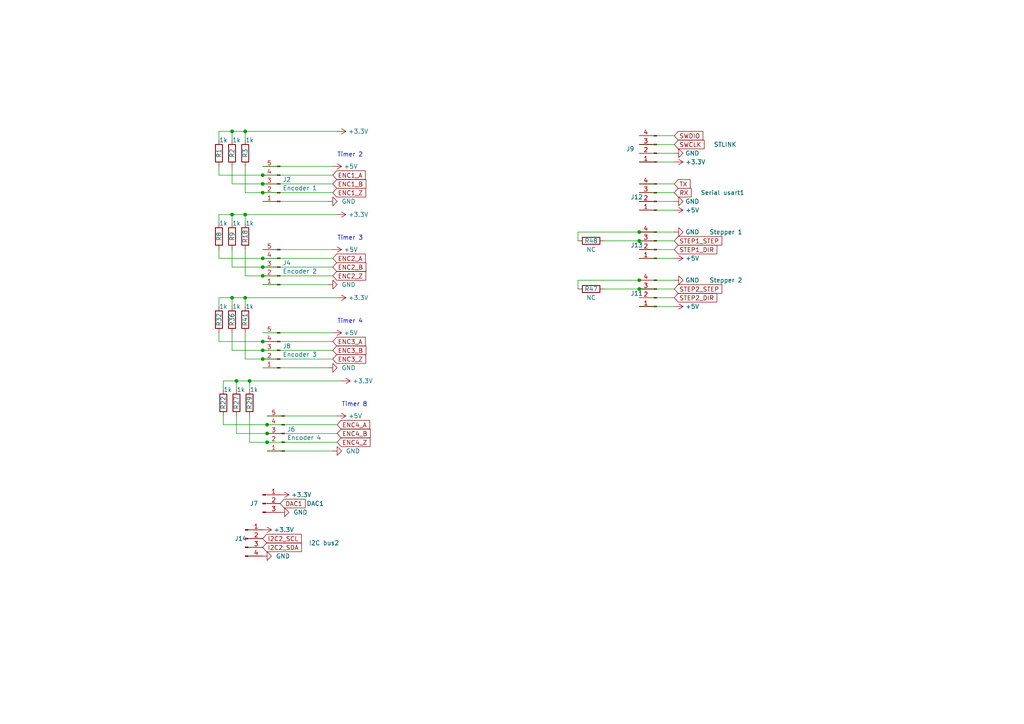
<source format=kicad_sch>
(kicad_sch (version 20230121) (generator eeschema)

  (uuid d19c7c83-0eea-4332-958a-4c973a41eedf)

  (paper "A4")

  (lib_symbols
    (symbol "Connector:Conn_01x03_Pin" (pin_names (offset 1.016) hide) (in_bom yes) (on_board yes)
      (property "Reference" "J" (at 0 5.08 0)
        (effects (font (size 1.27 1.27)))
      )
      (property "Value" "Conn_01x03_Pin" (at 0 -5.08 0)
        (effects (font (size 1.27 1.27)))
      )
      (property "Footprint" "" (at 0 0 0)
        (effects (font (size 1.27 1.27)) hide)
      )
      (property "Datasheet" "~" (at 0 0 0)
        (effects (font (size 1.27 1.27)) hide)
      )
      (property "ki_locked" "" (at 0 0 0)
        (effects (font (size 1.27 1.27)))
      )
      (property "ki_keywords" "connector" (at 0 0 0)
        (effects (font (size 1.27 1.27)) hide)
      )
      (property "ki_description" "Generic connector, single row, 01x03, script generated" (at 0 0 0)
        (effects (font (size 1.27 1.27)) hide)
      )
      (property "ki_fp_filters" "Connector*:*_1x??_*" (at 0 0 0)
        (effects (font (size 1.27 1.27)) hide)
      )
      (symbol "Conn_01x03_Pin_1_1"
        (polyline
          (pts
            (xy 1.27 -2.54)
            (xy 0.8636 -2.54)
          )
          (stroke (width 0.1524) (type default))
          (fill (type none))
        )
        (polyline
          (pts
            (xy 1.27 0)
            (xy 0.8636 0)
          )
          (stroke (width 0.1524) (type default))
          (fill (type none))
        )
        (polyline
          (pts
            (xy 1.27 2.54)
            (xy 0.8636 2.54)
          )
          (stroke (width 0.1524) (type default))
          (fill (type none))
        )
        (rectangle (start 0.8636 -2.413) (end 0 -2.667)
          (stroke (width 0.1524) (type default))
          (fill (type outline))
        )
        (rectangle (start 0.8636 0.127) (end 0 -0.127)
          (stroke (width 0.1524) (type default))
          (fill (type outline))
        )
        (rectangle (start 0.8636 2.667) (end 0 2.413)
          (stroke (width 0.1524) (type default))
          (fill (type outline))
        )
        (pin passive line (at 5.08 2.54 180) (length 3.81)
          (name "Pin_1" (effects (font (size 1.27 1.27))))
          (number "1" (effects (font (size 1.27 1.27))))
        )
        (pin passive line (at 5.08 0 180) (length 3.81)
          (name "Pin_2" (effects (font (size 1.27 1.27))))
          (number "2" (effects (font (size 1.27 1.27))))
        )
        (pin passive line (at 5.08 -2.54 180) (length 3.81)
          (name "Pin_3" (effects (font (size 1.27 1.27))))
          (number "3" (effects (font (size 1.27 1.27))))
        )
      )
    )
    (symbol "Connector:Conn_01x04_Pin" (pin_names (offset 1.016) hide) (in_bom yes) (on_board yes)
      (property "Reference" "J" (at 0 5.08 0)
        (effects (font (size 1.27 1.27)))
      )
      (property "Value" "Conn_01x04_Pin" (at 0 -7.62 0)
        (effects (font (size 1.27 1.27)))
      )
      (property "Footprint" "" (at 0 0 0)
        (effects (font (size 1.27 1.27)) hide)
      )
      (property "Datasheet" "~" (at 0 0 0)
        (effects (font (size 1.27 1.27)) hide)
      )
      (property "ki_locked" "" (at 0 0 0)
        (effects (font (size 1.27 1.27)))
      )
      (property "ki_keywords" "connector" (at 0 0 0)
        (effects (font (size 1.27 1.27)) hide)
      )
      (property "ki_description" "Generic connector, single row, 01x04, script generated" (at 0 0 0)
        (effects (font (size 1.27 1.27)) hide)
      )
      (property "ki_fp_filters" "Connector*:*_1x??_*" (at 0 0 0)
        (effects (font (size 1.27 1.27)) hide)
      )
      (symbol "Conn_01x04_Pin_1_1"
        (polyline
          (pts
            (xy 1.27 -5.08)
            (xy 0.8636 -5.08)
          )
          (stroke (width 0.1524) (type default))
          (fill (type none))
        )
        (polyline
          (pts
            (xy 1.27 -2.54)
            (xy 0.8636 -2.54)
          )
          (stroke (width 0.1524) (type default))
          (fill (type none))
        )
        (polyline
          (pts
            (xy 1.27 0)
            (xy 0.8636 0)
          )
          (stroke (width 0.1524) (type default))
          (fill (type none))
        )
        (polyline
          (pts
            (xy 1.27 2.54)
            (xy 0.8636 2.54)
          )
          (stroke (width 0.1524) (type default))
          (fill (type none))
        )
        (rectangle (start 0.8636 -4.953) (end 0 -5.207)
          (stroke (width 0.1524) (type default))
          (fill (type outline))
        )
        (rectangle (start 0.8636 -2.413) (end 0 -2.667)
          (stroke (width 0.1524) (type default))
          (fill (type outline))
        )
        (rectangle (start 0.8636 0.127) (end 0 -0.127)
          (stroke (width 0.1524) (type default))
          (fill (type outline))
        )
        (rectangle (start 0.8636 2.667) (end 0 2.413)
          (stroke (width 0.1524) (type default))
          (fill (type outline))
        )
        (pin passive line (at 5.08 2.54 180) (length 3.81)
          (name "Pin_1" (effects (font (size 1.27 1.27))))
          (number "1" (effects (font (size 1.27 1.27))))
        )
        (pin passive line (at 5.08 0 180) (length 3.81)
          (name "Pin_2" (effects (font (size 1.27 1.27))))
          (number "2" (effects (font (size 1.27 1.27))))
        )
        (pin passive line (at 5.08 -2.54 180) (length 3.81)
          (name "Pin_3" (effects (font (size 1.27 1.27))))
          (number "3" (effects (font (size 1.27 1.27))))
        )
        (pin passive line (at 5.08 -5.08 180) (length 3.81)
          (name "Pin_4" (effects (font (size 1.27 1.27))))
          (number "4" (effects (font (size 1.27 1.27))))
        )
      )
    )
    (symbol "Connector:Conn_01x05_Pin" (pin_names (offset 1.016) hide) (in_bom yes) (on_board yes)
      (property "Reference" "J" (at 0 7.62 0)
        (effects (font (size 1.27 1.27)))
      )
      (property "Value" "Conn_01x05_Pin" (at 0 -7.62 0)
        (effects (font (size 1.27 1.27)))
      )
      (property "Footprint" "" (at 0 0 0)
        (effects (font (size 1.27 1.27)) hide)
      )
      (property "Datasheet" "~" (at 0 0 0)
        (effects (font (size 1.27 1.27)) hide)
      )
      (property "ki_locked" "" (at 0 0 0)
        (effects (font (size 1.27 1.27)))
      )
      (property "ki_keywords" "connector" (at 0 0 0)
        (effects (font (size 1.27 1.27)) hide)
      )
      (property "ki_description" "Generic connector, single row, 01x05, script generated" (at 0 0 0)
        (effects (font (size 1.27 1.27)) hide)
      )
      (property "ki_fp_filters" "Connector*:*_1x??_*" (at 0 0 0)
        (effects (font (size 1.27 1.27)) hide)
      )
      (symbol "Conn_01x05_Pin_1_1"
        (polyline
          (pts
            (xy 1.27 -5.08)
            (xy 0.8636 -5.08)
          )
          (stroke (width 0.1524) (type default))
          (fill (type none))
        )
        (polyline
          (pts
            (xy 1.27 -2.54)
            (xy 0.8636 -2.54)
          )
          (stroke (width 0.1524) (type default))
          (fill (type none))
        )
        (polyline
          (pts
            (xy 1.27 0)
            (xy 0.8636 0)
          )
          (stroke (width 0.1524) (type default))
          (fill (type none))
        )
        (polyline
          (pts
            (xy 1.27 2.54)
            (xy 0.8636 2.54)
          )
          (stroke (width 0.1524) (type default))
          (fill (type none))
        )
        (polyline
          (pts
            (xy 1.27 5.08)
            (xy 0.8636 5.08)
          )
          (stroke (width 0.1524) (type default))
          (fill (type none))
        )
        (rectangle (start 0.8636 -4.953) (end 0 -5.207)
          (stroke (width 0.1524) (type default))
          (fill (type outline))
        )
        (rectangle (start 0.8636 -2.413) (end 0 -2.667)
          (stroke (width 0.1524) (type default))
          (fill (type outline))
        )
        (rectangle (start 0.8636 0.127) (end 0 -0.127)
          (stroke (width 0.1524) (type default))
          (fill (type outline))
        )
        (rectangle (start 0.8636 2.667) (end 0 2.413)
          (stroke (width 0.1524) (type default))
          (fill (type outline))
        )
        (rectangle (start 0.8636 5.207) (end 0 4.953)
          (stroke (width 0.1524) (type default))
          (fill (type outline))
        )
        (pin passive line (at 5.08 5.08 180) (length 3.81)
          (name "Pin_1" (effects (font (size 1.27 1.27))))
          (number "1" (effects (font (size 1.27 1.27))))
        )
        (pin passive line (at 5.08 2.54 180) (length 3.81)
          (name "Pin_2" (effects (font (size 1.27 1.27))))
          (number "2" (effects (font (size 1.27 1.27))))
        )
        (pin passive line (at 5.08 0 180) (length 3.81)
          (name "Pin_3" (effects (font (size 1.27 1.27))))
          (number "3" (effects (font (size 1.27 1.27))))
        )
        (pin passive line (at 5.08 -2.54 180) (length 3.81)
          (name "Pin_4" (effects (font (size 1.27 1.27))))
          (number "4" (effects (font (size 1.27 1.27))))
        )
        (pin passive line (at 5.08 -5.08 180) (length 3.81)
          (name "Pin_5" (effects (font (size 1.27 1.27))))
          (number "5" (effects (font (size 1.27 1.27))))
        )
      )
    )
    (symbol "Device:R" (pin_numbers hide) (pin_names (offset 0)) (in_bom yes) (on_board yes)
      (property "Reference" "R" (at 2.032 0 90)
        (effects (font (size 1.27 1.27)))
      )
      (property "Value" "R" (at 0 0 90)
        (effects (font (size 1.27 1.27)))
      )
      (property "Footprint" "" (at -1.778 0 90)
        (effects (font (size 1.27 1.27)) hide)
      )
      (property "Datasheet" "~" (at 0 0 0)
        (effects (font (size 1.27 1.27)) hide)
      )
      (property "ki_keywords" "R res resistor" (at 0 0 0)
        (effects (font (size 1.27 1.27)) hide)
      )
      (property "ki_description" "Resistor" (at 0 0 0)
        (effects (font (size 1.27 1.27)) hide)
      )
      (property "ki_fp_filters" "R_*" (at 0 0 0)
        (effects (font (size 1.27 1.27)) hide)
      )
      (symbol "R_0_1"
        (rectangle (start -1.016 -2.54) (end 1.016 2.54)
          (stroke (width 0.254) (type default))
          (fill (type none))
        )
      )
      (symbol "R_1_1"
        (pin passive line (at 0 3.81 270) (length 1.27)
          (name "~" (effects (font (size 1.27 1.27))))
          (number "1" (effects (font (size 1.27 1.27))))
        )
        (pin passive line (at 0 -3.81 90) (length 1.27)
          (name "~" (effects (font (size 1.27 1.27))))
          (number "2" (effects (font (size 1.27 1.27))))
        )
      )
    )
    (symbol "power:+3.3V" (power) (pin_names (offset 0)) (in_bom yes) (on_board yes)
      (property "Reference" "#PWR" (at 0 -3.81 0)
        (effects (font (size 1.27 1.27)) hide)
      )
      (property "Value" "+3.3V" (at 0 3.556 0)
        (effects (font (size 1.27 1.27)))
      )
      (property "Footprint" "" (at 0 0 0)
        (effects (font (size 1.27 1.27)) hide)
      )
      (property "Datasheet" "" (at 0 0 0)
        (effects (font (size 1.27 1.27)) hide)
      )
      (property "ki_keywords" "global power" (at 0 0 0)
        (effects (font (size 1.27 1.27)) hide)
      )
      (property "ki_description" "Power symbol creates a global label with name \"+3.3V\"" (at 0 0 0)
        (effects (font (size 1.27 1.27)) hide)
      )
      (symbol "+3.3V_0_1"
        (polyline
          (pts
            (xy -0.762 1.27)
            (xy 0 2.54)
          )
          (stroke (width 0) (type default))
          (fill (type none))
        )
        (polyline
          (pts
            (xy 0 0)
            (xy 0 2.54)
          )
          (stroke (width 0) (type default))
          (fill (type none))
        )
        (polyline
          (pts
            (xy 0 2.54)
            (xy 0.762 1.27)
          )
          (stroke (width 0) (type default))
          (fill (type none))
        )
      )
      (symbol "+3.3V_1_1"
        (pin power_in line (at 0 0 90) (length 0) hide
          (name "+3.3V" (effects (font (size 1.27 1.27))))
          (number "1" (effects (font (size 1.27 1.27))))
        )
      )
    )
    (symbol "power:+5V" (power) (pin_names (offset 0)) (in_bom yes) (on_board yes)
      (property "Reference" "#PWR" (at 0 -3.81 0)
        (effects (font (size 1.27 1.27)) hide)
      )
      (property "Value" "+5V" (at 0 3.556 0)
        (effects (font (size 1.27 1.27)))
      )
      (property "Footprint" "" (at 0 0 0)
        (effects (font (size 1.27 1.27)) hide)
      )
      (property "Datasheet" "" (at 0 0 0)
        (effects (font (size 1.27 1.27)) hide)
      )
      (property "ki_keywords" "global power" (at 0 0 0)
        (effects (font (size 1.27 1.27)) hide)
      )
      (property "ki_description" "Power symbol creates a global label with name \"+5V\"" (at 0 0 0)
        (effects (font (size 1.27 1.27)) hide)
      )
      (symbol "+5V_0_1"
        (polyline
          (pts
            (xy -0.762 1.27)
            (xy 0 2.54)
          )
          (stroke (width 0) (type default))
          (fill (type none))
        )
        (polyline
          (pts
            (xy 0 0)
            (xy 0 2.54)
          )
          (stroke (width 0) (type default))
          (fill (type none))
        )
        (polyline
          (pts
            (xy 0 2.54)
            (xy 0.762 1.27)
          )
          (stroke (width 0) (type default))
          (fill (type none))
        )
      )
      (symbol "+5V_1_1"
        (pin power_in line (at 0 0 90) (length 0) hide
          (name "+5V" (effects (font (size 1.27 1.27))))
          (number "1" (effects (font (size 1.27 1.27))))
        )
      )
    )
    (symbol "power:GND" (power) (pin_names (offset 0)) (in_bom yes) (on_board yes)
      (property "Reference" "#PWR" (at 0 -6.35 0)
        (effects (font (size 1.27 1.27)) hide)
      )
      (property "Value" "GND" (at 0 -3.81 0)
        (effects (font (size 1.27 1.27)))
      )
      (property "Footprint" "" (at 0 0 0)
        (effects (font (size 1.27 1.27)) hide)
      )
      (property "Datasheet" "" (at 0 0 0)
        (effects (font (size 1.27 1.27)) hide)
      )
      (property "ki_keywords" "global power" (at 0 0 0)
        (effects (font (size 1.27 1.27)) hide)
      )
      (property "ki_description" "Power symbol creates a global label with name \"GND\" , ground" (at 0 0 0)
        (effects (font (size 1.27 1.27)) hide)
      )
      (symbol "GND_0_1"
        (polyline
          (pts
            (xy 0 0)
            (xy 0 -1.27)
            (xy 1.27 -1.27)
            (xy 0 -2.54)
            (xy -1.27 -1.27)
            (xy 0 -1.27)
          )
          (stroke (width 0) (type default))
          (fill (type none))
        )
      )
      (symbol "GND_1_1"
        (pin power_in line (at 0 0 270) (length 0) hide
          (name "GND" (effects (font (size 1.27 1.27))))
          (number "1" (effects (font (size 1.27 1.27))))
        )
      )
    )
  )

  (junction (at 185.42 67.31) (diameter 0) (color 0 0 0 0)
    (uuid 0f28e45c-78c8-45f5-8747-e477574b40c6)
  )
  (junction (at 76.2 80.01) (diameter 0) (color 0 0 0 0)
    (uuid 157eeb28-7e9f-4678-ad1b-82c940b205aa)
  )
  (junction (at 76.2 77.47) (diameter 0) (color 0 0 0 0)
    (uuid 1fd61f19-fd7b-4ca8-9109-705eb3ba0282)
  )
  (junction (at 76.2 53.34) (diameter 0) (color 0 0 0 0)
    (uuid 2c81630d-49f6-459b-9f07-d3ed382e7f7c)
  )
  (junction (at 68.58 110.49) (diameter 0) (color 0 0 0 0)
    (uuid 2d7d1489-e412-4bb0-a366-9d2af31289e7)
  )
  (junction (at 76.2 55.88) (diameter 0) (color 0 0 0 0)
    (uuid 390fab64-f3b8-457c-a0e0-cf493d141b9c)
  )
  (junction (at 71.12 86.36) (diameter 0) (color 0 0 0 0)
    (uuid 3ad9020b-fb70-4bed-a433-454ae3bb0ac2)
  )
  (junction (at 76.2 104.14) (diameter 0) (color 0 0 0 0)
    (uuid 586fcfac-36d8-40de-b7c3-8e741cecd384)
  )
  (junction (at 76.2 101.6) (diameter 0) (color 0 0 0 0)
    (uuid 626bc8e7-eebf-486d-9dac-ceb77e53c308)
  )
  (junction (at 71.12 38.1) (diameter 0) (color 0 0 0 0)
    (uuid 725153af-2a16-408e-b485-cb4baab98bdb)
  )
  (junction (at 76.2 50.8) (diameter 0) (color 0 0 0 0)
    (uuid 7864e408-6d07-4db9-a437-e28a56bfb68f)
  )
  (junction (at 71.12 62.23) (diameter 0) (color 0 0 0 0)
    (uuid 79c9320f-6ae9-4927-a958-4ad08e1b69aa)
  )
  (junction (at 185.42 81.28) (diameter 0) (color 0 0 0 0)
    (uuid 82b4b339-2573-4c2f-a626-644e8ac4fc88)
  )
  (junction (at 76.2 74.93) (diameter 0) (color 0 0 0 0)
    (uuid 8639ce89-0826-4903-96fc-64d1b1388896)
  )
  (junction (at 185.42 83.82) (diameter 0) (color 0 0 0 0)
    (uuid 8c5f6b74-3660-4458-96b5-a7852b1e50f5)
  )
  (junction (at 77.47 128.27) (diameter 0) (color 0 0 0 0)
    (uuid 9386b3d4-2d5a-4cbb-9fae-eaaa7e4e5aaf)
  )
  (junction (at 67.31 38.1) (diameter 0) (color 0 0 0 0)
    (uuid 9ccb2c73-8f7c-42a5-8c80-efd51b417936)
  )
  (junction (at 67.31 62.23) (diameter 0) (color 0 0 0 0)
    (uuid a1d6fc74-ab2c-414f-b365-3c6defd6f95d)
  )
  (junction (at 77.47 123.19) (diameter 0) (color 0 0 0 0)
    (uuid b1f6ef2d-819c-4217-8b1c-f3904fdc2173)
  )
  (junction (at 67.31 86.36) (diameter 0) (color 0 0 0 0)
    (uuid b43883f8-735b-483c-b1d2-289b5a1a6c9c)
  )
  (junction (at 77.47 125.73) (diameter 0) (color 0 0 0 0)
    (uuid ce186696-2d52-497c-937c-f4b2dba55f7b)
  )
  (junction (at 76.2 99.06) (diameter 0) (color 0 0 0 0)
    (uuid d317f92d-0325-4663-8828-01fe240bd0d4)
  )
  (junction (at 72.39 110.49) (diameter 0) (color 0 0 0 0)
    (uuid e1aa9f00-680c-4301-8225-845569c9ee29)
  )
  (junction (at 185.42 69.85) (diameter 0) (color 0 0 0 0)
    (uuid eab4b492-3a98-4108-aadd-eea42427902f)
  )

  (wire (pts (xy 71.12 80.01) (xy 76.2 80.01))
    (stroke (width 0) (type default))
    (uuid 01d2d007-d35a-483e-a05e-4033449e3e7d)
  )
  (wire (pts (xy 71.12 62.23) (xy 71.12 64.77))
    (stroke (width 0) (type default))
    (uuid 045cd2ee-53c3-42b4-b17c-56b5cca58fe6)
  )
  (wire (pts (xy 67.31 101.6) (xy 76.2 101.6))
    (stroke (width 0) (type default))
    (uuid 04773424-acd9-4a66-ab72-8b40997cde1d)
  )
  (wire (pts (xy 71.12 38.1) (xy 71.12 40.64))
    (stroke (width 0) (type default))
    (uuid 057f6133-58a3-4b4a-97ff-fe7be0021d92)
  )
  (wire (pts (xy 71.12 86.36) (xy 97.79 86.36))
    (stroke (width 0) (type default))
    (uuid 0b95b840-5781-465f-b758-e71ae1c24da9)
  )
  (wire (pts (xy 185.42 53.34) (xy 195.58 53.34))
    (stroke (width 0) (type default))
    (uuid 12bfab30-3c7f-4c20-a81e-f6bcab689449)
  )
  (wire (pts (xy 63.5 86.36) (xy 67.31 86.36))
    (stroke (width 0) (type default))
    (uuid 13cf5787-6645-4a21-b08f-4afb7c9405f8)
  )
  (wire (pts (xy 63.5 62.23) (xy 67.31 62.23))
    (stroke (width 0) (type default))
    (uuid 160c58f8-e374-4bfe-a7a6-696874ae788c)
  )
  (wire (pts (xy 185.42 83.82) (xy 195.58 83.82))
    (stroke (width 0) (type default))
    (uuid 194b636a-b474-491f-8b88-eae9d7be58be)
  )
  (wire (pts (xy 63.5 64.77) (xy 63.5 62.23))
    (stroke (width 0) (type default))
    (uuid 1bb1c6f2-46a9-4e62-82e9-08e5ec102ddf)
  )
  (wire (pts (xy 185.42 81.28) (xy 195.58 81.28))
    (stroke (width 0) (type default))
    (uuid 1c17617c-5985-4024-afd4-f3912f94a2c8)
  )
  (wire (pts (xy 72.39 128.27) (xy 77.47 128.27))
    (stroke (width 0) (type default))
    (uuid 206d1bb6-3e19-455a-bee3-33f4e2410e8f)
  )
  (wire (pts (xy 63.5 38.1) (xy 67.31 38.1))
    (stroke (width 0) (type default))
    (uuid 216255a0-12ae-4b6b-900b-a88840295a63)
  )
  (wire (pts (xy 67.31 38.1) (xy 71.12 38.1))
    (stroke (width 0) (type default))
    (uuid 23375de0-208d-4b51-a7ba-8aafad512551)
  )
  (wire (pts (xy 96.52 130.81) (xy 77.47 130.81))
    (stroke (width 0) (type default))
    (uuid 25b48ef2-0cc7-448d-baf6-e41e645cce51)
  )
  (wire (pts (xy 67.31 86.36) (xy 67.31 88.9))
    (stroke (width 0) (type default))
    (uuid 272444fa-cb6e-4d82-8604-8b13be0838e5)
  )
  (wire (pts (xy 71.12 72.39) (xy 71.12 80.01))
    (stroke (width 0) (type default))
    (uuid 2867a1da-8c4d-43c3-b93b-fe2f7147685e)
  )
  (wire (pts (xy 63.5 74.93) (xy 76.2 74.93))
    (stroke (width 0) (type default))
    (uuid 2afc4a80-2851-4be3-a62e-2ef65b105014)
  )
  (wire (pts (xy 64.77 120.65) (xy 64.77 123.19))
    (stroke (width 0) (type default))
    (uuid 2b552aa2-9404-4ddc-b6fe-f1101aaae516)
  )
  (wire (pts (xy 185.42 69.85) (xy 195.58 69.85))
    (stroke (width 0) (type default))
    (uuid 2baea564-a5ec-4ffd-8f03-852bdc023590)
  )
  (wire (pts (xy 71.12 104.14) (xy 76.2 104.14))
    (stroke (width 0) (type default))
    (uuid 2e4dcb01-b90f-4934-b31b-25d24f935bff)
  )
  (wire (pts (xy 76.2 50.8) (xy 96.52 50.8))
    (stroke (width 0) (type default))
    (uuid 331bfca8-c049-4c6a-a808-2d41e13311e8)
  )
  (wire (pts (xy 71.12 62.23) (xy 97.79 62.23))
    (stroke (width 0) (type default))
    (uuid 3635966d-184e-4c12-84cd-c0c887d19530)
  )
  (wire (pts (xy 67.31 96.52) (xy 67.31 101.6))
    (stroke (width 0) (type default))
    (uuid 4a557729-a191-4f0e-b50e-cb0e89baa087)
  )
  (wire (pts (xy 72.39 120.65) (xy 72.39 128.27))
    (stroke (width 0) (type default))
    (uuid 4b2bbfda-8a4a-4525-b861-df35f601dd55)
  )
  (wire (pts (xy 185.42 44.45) (xy 195.58 44.45))
    (stroke (width 0) (type default))
    (uuid 4df13696-b0c8-459e-adb3-5a8f8acc3088)
  )
  (wire (pts (xy 63.5 88.9) (xy 63.5 86.36))
    (stroke (width 0) (type default))
    (uuid 4e761a1d-b169-4638-a737-da8370aa9e14)
  )
  (wire (pts (xy 77.47 123.19) (xy 97.79 123.19))
    (stroke (width 0) (type default))
    (uuid 58498ee0-71b2-4b57-84ce-fbd317f3ef7a)
  )
  (wire (pts (xy 167.64 69.85) (xy 167.64 67.31))
    (stroke (width 0) (type default))
    (uuid 5b51458f-bff5-47cd-9ce3-cbcf1fa3bd6e)
  )
  (wire (pts (xy 185.42 58.42) (xy 195.58 58.42))
    (stroke (width 0) (type default))
    (uuid 5cf2289f-27eb-47e5-8837-755867f4787d)
  )
  (wire (pts (xy 68.58 120.65) (xy 68.58 125.73))
    (stroke (width 0) (type default))
    (uuid 60db811e-f5c8-4e99-92aa-57425788923d)
  )
  (wire (pts (xy 76.2 55.88) (xy 96.52 55.88))
    (stroke (width 0) (type default))
    (uuid 6affbf2a-bacd-4fa7-aa3b-aa7b2092ca7f)
  )
  (wire (pts (xy 72.39 110.49) (xy 72.39 113.03))
    (stroke (width 0) (type default))
    (uuid 70cb479c-1c45-44db-9247-7ee4c8013842)
  )
  (wire (pts (xy 76.2 104.14) (xy 96.52 104.14))
    (stroke (width 0) (type default))
    (uuid 75ed0fb2-5c41-4040-a9ce-1549e9098150)
  )
  (wire (pts (xy 76.2 77.47) (xy 96.52 77.47))
    (stroke (width 0) (type default))
    (uuid 76f62f94-6047-448e-b0f9-e8e90bba5991)
  )
  (wire (pts (xy 64.77 113.03) (xy 64.77 110.49))
    (stroke (width 0) (type default))
    (uuid 78b1cbd3-481b-4d0e-9e6b-b07438d2acd2)
  )
  (wire (pts (xy 96.52 96.52) (xy 76.2 96.52))
    (stroke (width 0) (type default))
    (uuid 7a09a254-a3ee-4b95-981a-438321453ae3)
  )
  (wire (pts (xy 185.42 88.9) (xy 195.58 88.9))
    (stroke (width 0) (type default))
    (uuid 7a0d8790-2d89-4ec2-9653-90bdbe3dfc21)
  )
  (wire (pts (xy 195.58 46.99) (xy 185.42 46.99))
    (stroke (width 0) (type default))
    (uuid 7a1828b8-ec66-453e-8848-152277710842)
  )
  (wire (pts (xy 63.5 96.52) (xy 63.5 99.06))
    (stroke (width 0) (type default))
    (uuid 7aff91c0-e86f-47f3-ab61-17e7d04a66de)
  )
  (wire (pts (xy 64.77 110.49) (xy 68.58 110.49))
    (stroke (width 0) (type default))
    (uuid 7e96709f-58d6-49d5-8091-d75e2063a809)
  )
  (wire (pts (xy 175.26 83.82) (xy 185.42 83.82))
    (stroke (width 0) (type default))
    (uuid 8379a3de-87a7-4d2c-bf02-92116255536f)
  )
  (wire (pts (xy 67.31 38.1) (xy 67.31 40.64))
    (stroke (width 0) (type default))
    (uuid 83b6a014-7104-47c7-a53c-3dfe5cc5e5e9)
  )
  (wire (pts (xy 63.5 50.8) (xy 76.2 50.8))
    (stroke (width 0) (type default))
    (uuid 84e05d6a-6b62-46ca-a0e3-fbe26d4025ee)
  )
  (wire (pts (xy 97.79 120.65) (xy 77.47 120.65))
    (stroke (width 0) (type default))
    (uuid 8516426f-03fd-4cd4-b0c0-f48739edce35)
  )
  (wire (pts (xy 76.2 101.6) (xy 96.52 101.6))
    (stroke (width 0) (type default))
    (uuid 8bce499d-619d-4ae6-b109-573ed87783f6)
  )
  (wire (pts (xy 76.2 99.06) (xy 96.52 99.06))
    (stroke (width 0) (type default))
    (uuid 91537e44-781e-4676-b4d4-e08b8a159e06)
  )
  (wire (pts (xy 71.12 38.1) (xy 97.79 38.1))
    (stroke (width 0) (type default))
    (uuid 98525c6a-621e-44f5-bf72-f457738ba2ae)
  )
  (wire (pts (xy 63.5 40.64) (xy 63.5 38.1))
    (stroke (width 0) (type default))
    (uuid 98db0e59-fbf7-486c-ab38-e923807de071)
  )
  (wire (pts (xy 63.5 72.39) (xy 63.5 74.93))
    (stroke (width 0) (type default))
    (uuid a42da3b9-2171-485b-a536-3f206158b652)
  )
  (wire (pts (xy 167.64 83.82) (xy 167.64 81.28))
    (stroke (width 0) (type default))
    (uuid a684e21e-ed9b-46bb-8d3d-8b4ee7b4460c)
  )
  (wire (pts (xy 71.12 48.26) (xy 71.12 55.88))
    (stroke (width 0) (type default))
    (uuid a72bb99b-132f-4c9d-9ebc-83f035446577)
  )
  (wire (pts (xy 185.42 41.91) (xy 195.58 41.91))
    (stroke (width 0) (type default))
    (uuid a9ec332e-0417-4a14-bb79-5d40e8579367)
  )
  (wire (pts (xy 185.42 60.96) (xy 195.58 60.96))
    (stroke (width 0) (type default))
    (uuid afe4637f-e29b-4c82-9dd6-dcd325d802f7)
  )
  (wire (pts (xy 175.26 69.85) (xy 185.42 69.85))
    (stroke (width 0) (type default))
    (uuid b07d448e-05c0-4411-a638-bf5b0220aa0d)
  )
  (wire (pts (xy 63.5 48.26) (xy 63.5 50.8))
    (stroke (width 0) (type default))
    (uuid b100b0f1-42a8-4e6f-91aa-0bce6857304e)
  )
  (wire (pts (xy 76.2 53.34) (xy 96.52 53.34))
    (stroke (width 0) (type default))
    (uuid b122cac1-9511-424c-878c-075a520f075c)
  )
  (wire (pts (xy 96.52 72.39) (xy 76.2 72.39))
    (stroke (width 0) (type default))
    (uuid bc516e96-4dd8-4e74-be1e-a8ff92736019)
  )
  (wire (pts (xy 167.64 67.31) (xy 185.42 67.31))
    (stroke (width 0) (type default))
    (uuid c3e48c51-ccda-4ccc-acca-fd3922997240)
  )
  (wire (pts (xy 72.39 110.49) (xy 99.06 110.49))
    (stroke (width 0) (type default))
    (uuid c7fc9a9b-558e-4828-bcb7-8f8ab5dccaf1)
  )
  (wire (pts (xy 68.58 110.49) (xy 72.39 110.49))
    (stroke (width 0) (type default))
    (uuid cdd97728-36f0-43f7-b59a-8caf6f513ba6)
  )
  (wire (pts (xy 77.47 125.73) (xy 97.79 125.73))
    (stroke (width 0) (type default))
    (uuid d0a4dfb0-132d-469b-afd5-1d49cb8476b2)
  )
  (wire (pts (xy 185.42 39.37) (xy 195.58 39.37))
    (stroke (width 0) (type default))
    (uuid d1a89524-d719-4796-9122-9a6da15e881c)
  )
  (wire (pts (xy 167.64 81.28) (xy 185.42 81.28))
    (stroke (width 0) (type default))
    (uuid d2bc16bc-bd34-4fe1-842e-593a1256d08a)
  )
  (wire (pts (xy 95.25 58.42) (xy 76.2 58.42))
    (stroke (width 0) (type default))
    (uuid d37fd46d-583f-4119-9c87-2eb4b532fd30)
  )
  (wire (pts (xy 67.31 72.39) (xy 67.31 77.47))
    (stroke (width 0) (type default))
    (uuid d5b58e10-992d-4c57-bbbf-9f90666153e7)
  )
  (wire (pts (xy 68.58 110.49) (xy 68.58 113.03))
    (stroke (width 0) (type default))
    (uuid d8806986-f5dc-4dc8-bac2-f59abdcd597f)
  )
  (wire (pts (xy 67.31 86.36) (xy 71.12 86.36))
    (stroke (width 0) (type default))
    (uuid d9018ae9-85d6-475f-a3c8-1a743d744e4c)
  )
  (wire (pts (xy 96.52 48.26) (xy 76.2 48.26))
    (stroke (width 0) (type default))
    (uuid dd96847e-382e-4dad-88ac-2eca6ad76206)
  )
  (wire (pts (xy 67.31 77.47) (xy 76.2 77.47))
    (stroke (width 0) (type default))
    (uuid dd9d2d22-6997-4883-9e3e-f759e7179963)
  )
  (wire (pts (xy 95.25 106.68) (xy 76.2 106.68))
    (stroke (width 0) (type default))
    (uuid e0c2008e-1d9e-443f-9272-e20c6da3e175)
  )
  (wire (pts (xy 67.31 48.26) (xy 67.31 53.34))
    (stroke (width 0) (type default))
    (uuid e1cad341-96b3-46e4-8010-1d9a561e7c61)
  )
  (wire (pts (xy 71.12 55.88) (xy 76.2 55.88))
    (stroke (width 0) (type default))
    (uuid e276f934-97eb-48e8-a4c2-3c220f8b431d)
  )
  (wire (pts (xy 185.42 86.36) (xy 195.58 86.36))
    (stroke (width 0) (type default))
    (uuid e47cf60b-4466-4227-b5ca-249e86ec5269)
  )
  (wire (pts (xy 63.5 99.06) (xy 76.2 99.06))
    (stroke (width 0) (type default))
    (uuid e5060005-f1a2-4637-aa1a-cb3bf58a4c0a)
  )
  (wire (pts (xy 77.47 128.27) (xy 97.79 128.27))
    (stroke (width 0) (type default))
    (uuid e6412773-1642-4a1d-9c47-76158232a6b2)
  )
  (wire (pts (xy 71.12 96.52) (xy 71.12 104.14))
    (stroke (width 0) (type default))
    (uuid e7949f5d-4e8d-41c7-bb68-e2637d4c1417)
  )
  (wire (pts (xy 67.31 53.34) (xy 76.2 53.34))
    (stroke (width 0) (type default))
    (uuid e7f845c5-b0c6-47b1-9218-810566114c20)
  )
  (wire (pts (xy 76.2 74.93) (xy 96.52 74.93))
    (stroke (width 0) (type default))
    (uuid e80a5fc3-bda8-448c-be9e-8641f6014e2a)
  )
  (wire (pts (xy 185.42 72.39) (xy 195.58 72.39))
    (stroke (width 0) (type default))
    (uuid e89ae39a-69da-4d05-9644-ef0e6d5710ba)
  )
  (wire (pts (xy 185.42 74.93) (xy 195.58 74.93))
    (stroke (width 0) (type default))
    (uuid ed9df533-f417-45a2-a4d7-5bfe4ddcd600)
  )
  (wire (pts (xy 76.2 80.01) (xy 96.52 80.01))
    (stroke (width 0) (type default))
    (uuid ede4f41d-1b82-40a8-9c82-075eb262a196)
  )
  (wire (pts (xy 95.25 82.55) (xy 76.2 82.55))
    (stroke (width 0) (type default))
    (uuid eefc93d7-6060-4af3-bd57-aa24f4391023)
  )
  (wire (pts (xy 71.12 86.36) (xy 71.12 88.9))
    (stroke (width 0) (type default))
    (uuid f03b403c-90ce-45e1-b46d-a0069802ef38)
  )
  (wire (pts (xy 185.42 55.88) (xy 195.58 55.88))
    (stroke (width 0) (type default))
    (uuid f14b168a-ff05-418a-b7e1-ec54003c401d)
  )
  (wire (pts (xy 67.31 62.23) (xy 67.31 64.77))
    (stroke (width 0) (type default))
    (uuid f58b20cd-cc51-4740-8cd9-bb6099f417f0)
  )
  (wire (pts (xy 67.31 62.23) (xy 71.12 62.23))
    (stroke (width 0) (type default))
    (uuid f5a429e8-476e-44e4-b2fe-8f251ba233e3)
  )
  (wire (pts (xy 64.77 123.19) (xy 77.47 123.19))
    (stroke (width 0) (type default))
    (uuid fb5111c4-681f-4cc1-adb0-76790bcf68c0)
  )
  (wire (pts (xy 68.58 125.73) (xy 77.47 125.73))
    (stroke (width 0) (type default))
    (uuid fcc6d3fc-326b-46fd-af46-637c365f9461)
  )
  (wire (pts (xy 185.42 67.31) (xy 195.58 67.31))
    (stroke (width 0) (type default))
    (uuid ffd22ccd-4c5e-40db-98a6-7fdb57d825dc)
  )

  (text "Timer 4" (at 97.79 93.98 0)
    (effects (font (size 1.27 1.27)) (justify left bottom))
    (uuid 2c4522d0-1725-40cd-9bd6-d968168606cc)
  )
  (text "Timer 8" (at 99.06 118.11 0)
    (effects (font (size 1.27 1.27)) (justify left bottom))
    (uuid 7eb1ab64-fcc6-43b8-ae27-b979c956bcd2)
  )
  (text "Timer 3" (at 97.79 69.85 0)
    (effects (font (size 1.27 1.27)) (justify left bottom))
    (uuid 89cac169-bf3c-45a2-8393-89ff70766aac)
  )
  (text "Timer 2" (at 97.79 45.72 0)
    (effects (font (size 1.27 1.27)) (justify left bottom))
    (uuid fa9f0f87-49ac-461d-b6e7-b6dd056a4cff)
  )

  (global_label "TX" (shape input) (at 195.58 53.34 0) (fields_autoplaced)
    (effects (font (size 1.27 1.27)) (justify left))
    (uuid 029d309d-b167-44d4-900e-2ae49d616f5b)
    (property "Intersheetrefs" "${INTERSHEET_REFS}" (at 200.7423 53.34 0)
      (effects (font (size 1.27 1.27)) (justify left) hide)
    )
  )
  (global_label "ENC3_B" (shape input) (at 96.52 101.6 0) (fields_autoplaced)
    (effects (font (size 1.27 1.27)) (justify left))
    (uuid 14faecf6-d6b2-402c-95fd-e1b28553bfca)
    (property "Intersheetrefs" "${INTERSHEET_REFS}" (at 106.7018 101.6 0)
      (effects (font (size 1.27 1.27)) (justify left) hide)
    )
  )
  (global_label "STEP1_DIR" (shape input) (at 195.58 72.39 0) (fields_autoplaced)
    (effects (font (size 1.27 1.27)) (justify left))
    (uuid 27b748f0-7c23-4f2e-b778-e3fc7c354da9)
    (property "Intersheetrefs" "${INTERSHEET_REFS}" (at 208.4832 72.39 0)
      (effects (font (size 1.27 1.27)) (justify left) hide)
    )
  )
  (global_label "I2C2_SCL" (shape input) (at 76.2 156.21 0) (fields_autoplaced)
    (effects (font (size 1.27 1.27)) (justify left))
    (uuid 2cb11ce6-f08b-4c4d-9fad-9c9e44fb3a08)
    (property "Intersheetrefs" "${INTERSHEET_REFS}" (at 87.9542 156.21 0)
      (effects (font (size 1.27 1.27)) (justify left) hide)
    )
  )
  (global_label "ENC1_Z" (shape input) (at 96.52 55.88 0) (fields_autoplaced)
    (effects (font (size 1.27 1.27)) (justify left))
    (uuid 35bdbc47-86b7-4683-a433-18251bcb5386)
    (property "Intersheetrefs" "${INTERSHEET_REFS}" (at 106.6413 55.88 0)
      (effects (font (size 1.27 1.27)) (justify left) hide)
    )
  )
  (global_label "STEP2_DIR" (shape input) (at 195.58 86.36 0) (fields_autoplaced)
    (effects (font (size 1.27 1.27)) (justify left))
    (uuid 43ac91f7-0bca-40d4-9f68-3f1b512a8f3b)
    (property "Intersheetrefs" "${INTERSHEET_REFS}" (at 208.4832 86.36 0)
      (effects (font (size 1.27 1.27)) (justify left) hide)
    )
  )
  (global_label "ENC2_B" (shape input) (at 96.52 77.47 0) (fields_autoplaced)
    (effects (font (size 1.27 1.27)) (justify left))
    (uuid 4501b0fd-3843-4747-83a9-f557cee20110)
    (property "Intersheetrefs" "${INTERSHEET_REFS}" (at 106.7018 77.47 0)
      (effects (font (size 1.27 1.27)) (justify left) hide)
    )
  )
  (global_label "ENC4_B" (shape input) (at 97.79 125.73 0) (fields_autoplaced)
    (effects (font (size 1.27 1.27)) (justify left))
    (uuid 4e5697ca-2762-4d52-a42d-942bdb1682a3)
    (property "Intersheetrefs" "${INTERSHEET_REFS}" (at 107.9718 125.73 0)
      (effects (font (size 1.27 1.27)) (justify left) hide)
    )
  )
  (global_label "STEP1_STEP" (shape input) (at 195.58 69.85 0) (fields_autoplaced)
    (effects (font (size 1.27 1.27)) (justify left))
    (uuid 5fd68293-dd27-42f4-bc65-f159f4de16b9)
    (property "Intersheetrefs" "${INTERSHEET_REFS}" (at 209.9345 69.85 0)
      (effects (font (size 1.27 1.27)) (justify left) hide)
    )
  )
  (global_label "SWCLK" (shape input) (at 195.58 41.91 0) (fields_autoplaced)
    (effects (font (size 1.27 1.27)) (justify left))
    (uuid 651cf2f3-28de-41c5-a183-d1bcf0ac3c76)
    (property "Intersheetrefs" "${INTERSHEET_REFS}" (at 204.7942 41.91 0)
      (effects (font (size 1.27 1.27)) (justify left) hide)
    )
  )
  (global_label "I2C2_SDA" (shape input) (at 76.2 158.75 0) (fields_autoplaced)
    (effects (font (size 1.27 1.27)) (justify left))
    (uuid 8f526e05-0236-4d76-9ea1-332e79182fa7)
    (property "Intersheetrefs" "${INTERSHEET_REFS}" (at 88.0147 158.75 0)
      (effects (font (size 1.27 1.27)) (justify left) hide)
    )
  )
  (global_label "ENC3_Z" (shape input) (at 96.52 104.14 0) (fields_autoplaced)
    (effects (font (size 1.27 1.27)) (justify left))
    (uuid 945238da-0c96-4ac9-a594-8a767fd0b851)
    (property "Intersheetrefs" "${INTERSHEET_REFS}" (at 106.6413 104.14 0)
      (effects (font (size 1.27 1.27)) (justify left) hide)
    )
  )
  (global_label "ENC3_A" (shape input) (at 96.52 99.06 0) (fields_autoplaced)
    (effects (font (size 1.27 1.27)) (justify left))
    (uuid af22460a-9214-47af-9073-c9c7c52974ef)
    (property "Intersheetrefs" "${INTERSHEET_REFS}" (at 106.5204 99.06 0)
      (effects (font (size 1.27 1.27)) (justify left) hide)
    )
  )
  (global_label "STEP2_STEP" (shape input) (at 195.58 83.82 0) (fields_autoplaced)
    (effects (font (size 1.27 1.27)) (justify left))
    (uuid c7eb4912-45ed-4008-9bed-74bcec5869df)
    (property "Intersheetrefs" "${INTERSHEET_REFS}" (at 209.9345 83.82 0)
      (effects (font (size 1.27 1.27)) (justify left) hide)
    )
  )
  (global_label "ENC4_Z" (shape input) (at 97.79 128.27 0) (fields_autoplaced)
    (effects (font (size 1.27 1.27)) (justify left))
    (uuid c9b6c96d-cd7c-4340-8338-815a47c8323b)
    (property "Intersheetrefs" "${INTERSHEET_REFS}" (at 107.9113 128.27 0)
      (effects (font (size 1.27 1.27)) (justify left) hide)
    )
  )
  (global_label "ENC1_B" (shape input) (at 96.52 53.34 0) (fields_autoplaced)
    (effects (font (size 1.27 1.27)) (justify left))
    (uuid d1781794-7c91-4ed8-abd5-3f9558cf3518)
    (property "Intersheetrefs" "${INTERSHEET_REFS}" (at 106.7018 53.34 0)
      (effects (font (size 1.27 1.27)) (justify left) hide)
    )
  )
  (global_label "ENC1_A" (shape input) (at 96.52 50.8 0) (fields_autoplaced)
    (effects (font (size 1.27 1.27)) (justify left))
    (uuid d51cd91e-9f2c-4687-8fe1-5ee6a9ee0452)
    (property "Intersheetrefs" "${INTERSHEET_REFS}" (at 106.5204 50.8 0)
      (effects (font (size 1.27 1.27)) (justify left) hide)
    )
  )
  (global_label "RX" (shape input) (at 195.58 55.88 0) (fields_autoplaced)
    (effects (font (size 1.27 1.27)) (justify left))
    (uuid db677486-56fc-432d-8525-f4a700073cc8)
    (property "Intersheetrefs" "${INTERSHEET_REFS}" (at 201.0447 55.88 0)
      (effects (font (size 1.27 1.27)) (justify left) hide)
    )
  )
  (global_label "DAC1" (shape input) (at 81.28 146.05 0) (fields_autoplaced)
    (effects (font (size 1.27 1.27)) (justify left))
    (uuid de04da32-754e-44b2-8ca8-6e8bbaf10351)
    (property "Intersheetrefs" "${INTERSHEET_REFS}" (at 89.1033 146.05 0)
      (effects (font (size 1.27 1.27)) (justify left) hide)
    )
  )
  (global_label "ENC2_Z" (shape input) (at 96.52 80.01 0) (fields_autoplaced)
    (effects (font (size 1.27 1.27)) (justify left))
    (uuid eacc2441-ff28-432a-90eb-4afa3f305f37)
    (property "Intersheetrefs" "${INTERSHEET_REFS}" (at 106.6413 80.01 0)
      (effects (font (size 1.27 1.27)) (justify left) hide)
    )
  )
  (global_label "ENC4_A" (shape input) (at 97.79 123.19 0) (fields_autoplaced)
    (effects (font (size 1.27 1.27)) (justify left))
    (uuid ede40ecb-d8e9-4a9b-b04f-920a301e47cd)
    (property "Intersheetrefs" "${INTERSHEET_REFS}" (at 107.7904 123.19 0)
      (effects (font (size 1.27 1.27)) (justify left) hide)
    )
  )
  (global_label "ENC2_A" (shape input) (at 96.52 74.93 0) (fields_autoplaced)
    (effects (font (size 1.27 1.27)) (justify left))
    (uuid efa6bac0-59ec-4562-9263-bd4bf3a07132)
    (property "Intersheetrefs" "${INTERSHEET_REFS}" (at 106.5204 74.93 0)
      (effects (font (size 1.27 1.27)) (justify left) hide)
    )
  )
  (global_label "SWDIO" (shape input) (at 195.58 39.37 0) (fields_autoplaced)
    (effects (font (size 1.27 1.27)) (justify left))
    (uuid f157d6a9-3a29-4296-b52e-65b41b1bc2af)
    (property "Intersheetrefs" "${INTERSHEET_REFS}" (at 204.4314 39.37 0)
      (effects (font (size 1.27 1.27)) (justify left) hide)
    )
  )

  (symbol (lib_id "power:GND") (at 76.2 161.29 90) (unit 1)
    (in_bom yes) (on_board yes) (dnp no)
    (uuid 0761c69a-1fc9-4962-8b61-39505ef3e4c1)
    (property "Reference" "#PWR?" (at 82.55 161.29 0)
      (effects (font (size 1.27 1.27)) hide)
    )
    (property "Value" "GND" (at 80.01 161.29 90)
      (effects (font (size 1.27 1.27)) (justify right))
    )
    (property "Footprint" "" (at 76.2 161.29 0)
      (effects (font (size 1.27 1.27)) hide)
    )
    (property "Datasheet" "" (at 76.2 161.29 0)
      (effects (font (size 1.27 1.27)) hide)
    )
    (pin "1" (uuid 23f3c69e-afb4-43bf-9acc-6d55efc294d7))
    (instances
      (project "Ax58100-stm32-ethercat"
        (path "/5597aedc-b607-407f-bbfd-31b3b298ecb1/d564400f-40ba-4aca-9c2a-14ec52a8353b"
          (reference "#PWR?") (unit 1)
        )
        (path "/5597aedc-b607-407f-bbfd-31b3b298ecb1/0a376a6c-0f15-42f8-81f6-3a55619be267"
          (reference "#PWR0108") (unit 1)
        )
      )
    )
  )

  (symbol (lib_id "power:GND") (at 95.25 82.55 90) (unit 1)
    (in_bom yes) (on_board yes) (dnp no)
    (uuid 083c793c-25c4-4795-b5f5-bc06ddfe8604)
    (property "Reference" "#PWR?" (at 101.6 82.55 0)
      (effects (font (size 1.27 1.27)) hide)
    )
    (property "Value" "GND" (at 99.06 82.55 90)
      (effects (font (size 1.27 1.27)) (justify right))
    )
    (property "Footprint" "" (at 95.25 82.55 0)
      (effects (font (size 1.27 1.27)) hide)
    )
    (property "Datasheet" "" (at 95.25 82.55 0)
      (effects (font (size 1.27 1.27)) hide)
    )
    (pin "1" (uuid f8855c24-f07a-4a5c-aa93-111c38c54998))
    (instances
      (project "Ax58100-stm32-ethercat"
        (path "/5597aedc-b607-407f-bbfd-31b3b298ecb1/d564400f-40ba-4aca-9c2a-14ec52a8353b"
          (reference "#PWR?") (unit 1)
        )
        (path "/5597aedc-b607-407f-bbfd-31b3b298ecb1/0a376a6c-0f15-42f8-81f6-3a55619be267"
          (reference "#PWR0112") (unit 1)
        )
      )
    )
  )

  (symbol (lib_id "power:+3.3V") (at 99.06 110.49 270) (unit 1)
    (in_bom yes) (on_board yes) (dnp no) (fields_autoplaced)
    (uuid 0bcd9313-325f-465a-a506-22e07ba3dd34)
    (property "Reference" "#PWR?" (at 95.25 110.49 0)
      (effects (font (size 1.27 1.27)) hide)
    )
    (property "Value" "+3.3V" (at 102.235 110.49 90)
      (effects (font (size 1.27 1.27)) (justify left))
    )
    (property "Footprint" "" (at 99.06 110.49 0)
      (effects (font (size 1.27 1.27)) hide)
    )
    (property "Datasheet" "" (at 99.06 110.49 0)
      (effects (font (size 1.27 1.27)) hide)
    )
    (pin "1" (uuid 12cbe4d8-e548-42e4-8ed0-1663c1c72f12))
    (instances
      (project "Ax58100-stm32-ethercat"
        (path "/5597aedc-b607-407f-bbfd-31b3b298ecb1/d564400f-40ba-4aca-9c2a-14ec52a8353b"
          (reference "#PWR?") (unit 1)
        )
        (path "/5597aedc-b607-407f-bbfd-31b3b298ecb1/0a376a6c-0f15-42f8-81f6-3a55619be267"
          (reference "#PWR0122") (unit 1)
        )
      )
    )
  )

  (symbol (lib_id "Device:R") (at 71.12 92.71 180) (unit 1)
    (in_bom yes) (on_board yes) (dnp no)
    (uuid 10d87c4c-c4d6-4df7-b739-131249afa699)
    (property "Reference" "R41" (at 71.12 92.71 90)
      (effects (font (size 1.27 1.27)))
    )
    (property "Value" "1k" (at 72.39 88.9 0)
      (effects (font (size 1.27 1.27)))
    )
    (property "Footprint" "Resistor_SMD:R_0805_2012Metric" (at 72.898 92.71 90)
      (effects (font (size 1.27 1.27)) hide)
    )
    (property "Datasheet" "~" (at 71.12 92.71 0)
      (effects (font (size 1.27 1.27)) hide)
    )
    (pin "1" (uuid 47639c9d-1d96-4116-8203-161985cc905d))
    (pin "2" (uuid a52f2ffa-2584-41b0-832b-a1b5cdb8c45a))
    (instances
      (project "Ax58100-stm32-ethercat"
        (path "/5597aedc-b607-407f-bbfd-31b3b298ecb1/0a376a6c-0f15-42f8-81f6-3a55619be267"
          (reference "R41") (unit 1)
        )
      )
    )
  )

  (symbol (lib_id "Device:R") (at 63.5 68.58 180) (unit 1)
    (in_bom yes) (on_board yes) (dnp no)
    (uuid 13a82430-c8ee-4250-a3cb-e52cb6a30faa)
    (property "Reference" "R8" (at 63.5 68.58 90)
      (effects (font (size 1.27 1.27)))
    )
    (property "Value" "1k" (at 64.77 64.77 0)
      (effects (font (size 1.27 1.27)))
    )
    (property "Footprint" "Resistor_SMD:R_0805_2012Metric" (at 65.278 68.58 90)
      (effects (font (size 1.27 1.27)) hide)
    )
    (property "Datasheet" "~" (at 63.5 68.58 0)
      (effects (font (size 1.27 1.27)) hide)
    )
    (pin "1" (uuid 5832c5ba-1250-4b60-950a-508431c4307c))
    (pin "2" (uuid 54632a52-1c29-46a3-8873-d89cd21ad170))
    (instances
      (project "Ax58100-stm32-ethercat"
        (path "/5597aedc-b607-407f-bbfd-31b3b298ecb1/0a376a6c-0f15-42f8-81f6-3a55619be267"
          (reference "R8") (unit 1)
        )
      )
    )
  )

  (symbol (lib_id "Connector:Conn_01x05_Pin") (at 81.28 101.6 180) (unit 1)
    (in_bom yes) (on_board yes) (dnp no) (fields_autoplaced)
    (uuid 1c84a65c-5122-4a9d-93c5-c95fdce8d967)
    (property "Reference" "J8" (at 81.9912 100.3879 0)
      (effects (font (size 1.27 1.27)) (justify right))
    )
    (property "Value" "Encoder 3" (at 81.9912 102.8121 0)
      (effects (font (size 1.27 1.27)) (justify right))
    )
    (property "Footprint" "Connector_JST:JST_XH_B5B-XH-A_1x05_P2.50mm_Vertical" (at 81.28 101.6 0)
      (effects (font (size 1.27 1.27)) hide)
    )
    (property "Datasheet" "~" (at 81.28 101.6 0)
      (effects (font (size 1.27 1.27)) hide)
    )
    (pin "1" (uuid f7c5daaa-0546-4aea-86c2-6fba5a1c11c4))
    (pin "2" (uuid 847c7657-caf0-439f-ae01-b2f93c3a0f10))
    (pin "3" (uuid c1aafd2b-da0f-4a34-a9ba-62811b6d8588))
    (pin "4" (uuid 5389b8f8-f6f1-4a81-86fc-36b270e9e779))
    (pin "5" (uuid 0d505531-e434-4969-b3d5-470caf1c249d))
    (instances
      (project "Ax58100-stm32-ethercat"
        (path "/5597aedc-b607-407f-bbfd-31b3b298ecb1/0a376a6c-0f15-42f8-81f6-3a55619be267"
          (reference "J8") (unit 1)
        )
      )
    )
  )

  (symbol (lib_id "Device:R") (at 67.31 44.45 180) (unit 1)
    (in_bom yes) (on_board yes) (dnp no)
    (uuid 1f6cd783-9186-4110-918c-22956cf2a8ab)
    (property "Reference" "R2" (at 67.31 44.45 90)
      (effects (font (size 1.27 1.27)))
    )
    (property "Value" "1k" (at 68.58 40.64 0)
      (effects (font (size 1.27 1.27)))
    )
    (property "Footprint" "Resistor_SMD:R_0805_2012Metric" (at 69.088 44.45 90)
      (effects (font (size 1.27 1.27)) hide)
    )
    (property "Datasheet" "~" (at 67.31 44.45 0)
      (effects (font (size 1.27 1.27)) hide)
    )
    (pin "1" (uuid 12c26344-7596-4c8f-af8f-9e9efe4b161a))
    (pin "2" (uuid 844a6691-8752-45a1-8292-2f0d78e136be))
    (instances
      (project "Ax58100-stm32-ethercat"
        (path "/5597aedc-b607-407f-bbfd-31b3b298ecb1/0a376a6c-0f15-42f8-81f6-3a55619be267"
          (reference "R2") (unit 1)
        )
      )
    )
  )

  (symbol (lib_id "power:GND") (at 195.58 81.28 90) (unit 1)
    (in_bom yes) (on_board yes) (dnp no) (fields_autoplaced)
    (uuid 26659107-aad1-47c6-9e0f-05c4e7125bde)
    (property "Reference" "#PWR0105" (at 201.93 81.28 0)
      (effects (font (size 1.27 1.27)) hide)
    )
    (property "Value" "GND" (at 198.755 81.28 90)
      (effects (font (size 1.27 1.27)) (justify right))
    )
    (property "Footprint" "" (at 195.58 81.28 0)
      (effects (font (size 1.27 1.27)) hide)
    )
    (property "Datasheet" "" (at 195.58 81.28 0)
      (effects (font (size 1.27 1.27)) hide)
    )
    (pin "1" (uuid a21cea95-c2b8-4350-a4ee-49110e580e70))
    (instances
      (project "Ax58100-stm32-ethercat"
        (path "/5597aedc-b607-407f-bbfd-31b3b298ecb1/d564400f-40ba-4aca-9c2a-14ec52a8353b"
          (reference "#PWR0105") (unit 1)
        )
        (path "/5597aedc-b607-407f-bbfd-31b3b298ecb1/0a376a6c-0f15-42f8-81f6-3a55619be267"
          (reference "#PWR076") (unit 1)
        )
      )
    )
  )

  (symbol (lib_id "power:+3.3V") (at 81.28 143.51 270) (unit 1)
    (in_bom yes) (on_board yes) (dnp no) (fields_autoplaced)
    (uuid 2dc883a3-f3cc-421d-baac-6893368446a6)
    (property "Reference" "#PWR?" (at 77.47 143.51 0)
      (effects (font (size 1.27 1.27)) hide)
    )
    (property "Value" "+3.3V" (at 84.455 143.51 90)
      (effects (font (size 1.27 1.27)) (justify left))
    )
    (property "Footprint" "" (at 81.28 143.51 0)
      (effects (font (size 1.27 1.27)) hide)
    )
    (property "Datasheet" "" (at 81.28 143.51 0)
      (effects (font (size 1.27 1.27)) hide)
    )
    (pin "1" (uuid 75177a4e-e439-4047-942d-4a88b4b2dd4e))
    (instances
      (project "Ax58100-stm32-ethercat"
        (path "/5597aedc-b607-407f-bbfd-31b3b298ecb1/d564400f-40ba-4aca-9c2a-14ec52a8353b"
          (reference "#PWR?") (unit 1)
        )
        (path "/5597aedc-b607-407f-bbfd-31b3b298ecb1/0a376a6c-0f15-42f8-81f6-3a55619be267"
          (reference "#PWR0109") (unit 1)
        )
      )
    )
  )

  (symbol (lib_id "Device:R") (at 64.77 116.84 180) (unit 1)
    (in_bom yes) (on_board yes) (dnp no)
    (uuid 392ac5db-26e1-4917-a929-e966ccef6bd2)
    (property "Reference" "R22" (at 64.77 116.84 90)
      (effects (font (size 1.27 1.27)))
    )
    (property "Value" "1k" (at 66.04 113.03 0)
      (effects (font (size 1.27 1.27)))
    )
    (property "Footprint" "Resistor_SMD:R_0805_2012Metric" (at 66.548 116.84 90)
      (effects (font (size 1.27 1.27)) hide)
    )
    (property "Datasheet" "~" (at 64.77 116.84 0)
      (effects (font (size 1.27 1.27)) hide)
    )
    (pin "1" (uuid 71deb045-33bc-45f2-bdde-da80f96b573a))
    (pin "2" (uuid c64dd24f-7c01-4159-909b-3504dfef6bf0))
    (instances
      (project "Ax58100-stm32-ethercat"
        (path "/5597aedc-b607-407f-bbfd-31b3b298ecb1/0a376a6c-0f15-42f8-81f6-3a55619be267"
          (reference "R22") (unit 1)
        )
      )
    )
  )

  (symbol (lib_id "power:GND") (at 81.28 148.59 90) (unit 1)
    (in_bom yes) (on_board yes) (dnp no)
    (uuid 3d84c445-419a-49a4-a6f9-f30cece7333a)
    (property "Reference" "#PWR?" (at 87.63 148.59 0)
      (effects (font (size 1.27 1.27)) hide)
    )
    (property "Value" "GND" (at 85.09 148.59 90)
      (effects (font (size 1.27 1.27)) (justify right))
    )
    (property "Footprint" "" (at 81.28 148.59 0)
      (effects (font (size 1.27 1.27)) hide)
    )
    (property "Datasheet" "" (at 81.28 148.59 0)
      (effects (font (size 1.27 1.27)) hide)
    )
    (pin "1" (uuid 4a20576e-c962-40f8-909a-4a006b523bc7))
    (instances
      (project "Ax58100-stm32-ethercat"
        (path "/5597aedc-b607-407f-bbfd-31b3b298ecb1/d564400f-40ba-4aca-9c2a-14ec52a8353b"
          (reference "#PWR?") (unit 1)
        )
        (path "/5597aedc-b607-407f-bbfd-31b3b298ecb1/0a376a6c-0f15-42f8-81f6-3a55619be267"
          (reference "#PWR0110") (unit 1)
        )
      )
    )
  )

  (symbol (lib_id "Connector:Conn_01x04_Pin") (at 190.5 58.42 180) (unit 1)
    (in_bom yes) (on_board yes) (dnp no)
    (uuid 45f6aac4-5715-4cc2-a528-a5899c2ac01b)
    (property "Reference" "J12" (at 182.88 57.15 0)
      (effects (font (size 1.27 1.27)) (justify right))
    )
    (property "Value" "Serial usart1" (at 203.2 55.88 0)
      (effects (font (size 1.27 1.27)) (justify right))
    )
    (property "Footprint" "Connector_JST:JST_XH_B4B-XH-A_1x04_P2.50mm_Vertical" (at 190.5 58.42 0)
      (effects (font (size 1.27 1.27)) hide)
    )
    (property "Datasheet" "~" (at 190.5 58.42 0)
      (effects (font (size 1.27 1.27)) hide)
    )
    (pin "1" (uuid 0df46d3b-da61-4527-b09c-7f87d934e8d1))
    (pin "2" (uuid 6ffeaf59-0d12-4838-ac00-b6c1dfec37c2))
    (pin "3" (uuid 359d9769-7d0e-43d3-9a5c-bbebdbe7e4b5))
    (pin "4" (uuid 12ff4522-49a6-461a-afa0-8eaa230d42b4))
    (instances
      (project "Ax58100-stm32-ethercat"
        (path "/5597aedc-b607-407f-bbfd-31b3b298ecb1/d564400f-40ba-4aca-9c2a-14ec52a8353b"
          (reference "J12") (unit 1)
        )
        (path "/5597aedc-b607-407f-bbfd-31b3b298ecb1/0a376a6c-0f15-42f8-81f6-3a55619be267"
          (reference "J12") (unit 1)
        )
      )
    )
  )

  (symbol (lib_id "power:+3.3V") (at 97.79 62.23 270) (unit 1)
    (in_bom yes) (on_board yes) (dnp no) (fields_autoplaced)
    (uuid 4ac459e2-a995-4ba9-9410-ee67142c11fe)
    (property "Reference" "#PWR?" (at 93.98 62.23 0)
      (effects (font (size 1.27 1.27)) hide)
    )
    (property "Value" "+3.3V" (at 100.965 62.23 90)
      (effects (font (size 1.27 1.27)) (justify left))
    )
    (property "Footprint" "" (at 97.79 62.23 0)
      (effects (font (size 1.27 1.27)) hide)
    )
    (property "Datasheet" "" (at 97.79 62.23 0)
      (effects (font (size 1.27 1.27)) hide)
    )
    (pin "1" (uuid b5a796f8-f145-4f9c-a19d-5ec662ca48fc))
    (instances
      (project "Ax58100-stm32-ethercat"
        (path "/5597aedc-b607-407f-bbfd-31b3b298ecb1/d564400f-40ba-4aca-9c2a-14ec52a8353b"
          (reference "#PWR?") (unit 1)
        )
        (path "/5597aedc-b607-407f-bbfd-31b3b298ecb1/0a376a6c-0f15-42f8-81f6-3a55619be267"
          (reference "#PWR0119") (unit 1)
        )
      )
    )
  )

  (symbol (lib_id "Device:R") (at 67.31 92.71 180) (unit 1)
    (in_bom yes) (on_board yes) (dnp no)
    (uuid 4fb33cd9-ab35-41e8-9f9e-8140f99baa4f)
    (property "Reference" "R36" (at 67.31 92.71 90)
      (effects (font (size 1.27 1.27)))
    )
    (property "Value" "1k" (at 68.58 88.9 0)
      (effects (font (size 1.27 1.27)))
    )
    (property "Footprint" "Resistor_SMD:R_0805_2012Metric" (at 69.088 92.71 90)
      (effects (font (size 1.27 1.27)) hide)
    )
    (property "Datasheet" "~" (at 67.31 92.71 0)
      (effects (font (size 1.27 1.27)) hide)
    )
    (pin "1" (uuid 80c2d502-1889-473e-ae1e-fe3e4abd8815))
    (pin "2" (uuid f539fb75-f3a5-48aa-aaa8-9947fdfc44d7))
    (instances
      (project "Ax58100-stm32-ethercat"
        (path "/5597aedc-b607-407f-bbfd-31b3b298ecb1/0a376a6c-0f15-42f8-81f6-3a55619be267"
          (reference "R36") (unit 1)
        )
      )
    )
  )

  (symbol (lib_id "Connector:Conn_01x03_Pin") (at 76.2 146.05 0) (unit 1)
    (in_bom yes) (on_board yes) (dnp no)
    (uuid 5333effc-7687-4ee9-907a-50564ca8d5a9)
    (property "Reference" "J7" (at 73.66 146.05 0)
      (effects (font (size 1.27 1.27)))
    )
    (property "Value" "DAC1" (at 91.44 146.05 0)
      (effects (font (size 1.27 1.27)))
    )
    (property "Footprint" "Connector_JST:JST_XH_B3B-XH-A_1x03_P2.50mm_Vertical" (at 76.2 146.05 0)
      (effects (font (size 1.27 1.27)) hide)
    )
    (property "Datasheet" "~" (at 76.2 146.05 0)
      (effects (font (size 1.27 1.27)) hide)
    )
    (pin "1" (uuid a649c18c-970a-43f0-b9db-30cfc3e56058))
    (pin "3" (uuid c1a91b41-d4bb-457e-b0d5-5e5a8a7c21e3))
    (pin "2" (uuid 5bf3ceb0-d975-4ee0-960b-e957ee85ddcf))
    (instances
      (project "Ax58100-stm32-ethercat"
        (path "/5597aedc-b607-407f-bbfd-31b3b298ecb1/0a376a6c-0f15-42f8-81f6-3a55619be267"
          (reference "J7") (unit 1)
        )
      )
    )
  )

  (symbol (lib_id "power:GND") (at 95.25 58.42 90) (unit 1)
    (in_bom yes) (on_board yes) (dnp no)
    (uuid 558e8d30-44fb-4bb4-9e86-77cebf4defc1)
    (property "Reference" "#PWR?" (at 101.6 58.42 0)
      (effects (font (size 1.27 1.27)) hide)
    )
    (property "Value" "GND" (at 99.06 58.42 90)
      (effects (font (size 1.27 1.27)) (justify right))
    )
    (property "Footprint" "" (at 95.25 58.42 0)
      (effects (font (size 1.27 1.27)) hide)
    )
    (property "Datasheet" "" (at 95.25 58.42 0)
      (effects (font (size 1.27 1.27)) hide)
    )
    (pin "1" (uuid 33623f8b-7963-47a3-81d9-bf347e264dbf))
    (instances
      (project "Ax58100-stm32-ethercat"
        (path "/5597aedc-b607-407f-bbfd-31b3b298ecb1/d564400f-40ba-4aca-9c2a-14ec52a8353b"
          (reference "#PWR?") (unit 1)
        )
        (path "/5597aedc-b607-407f-bbfd-31b3b298ecb1/0a376a6c-0f15-42f8-81f6-3a55619be267"
          (reference "#PWR0111") (unit 1)
        )
      )
    )
  )

  (symbol (lib_id "Device:R") (at 71.12 44.45 180) (unit 1)
    (in_bom yes) (on_board yes) (dnp no)
    (uuid 60d91c1b-c1ae-4fea-a103-74cf4adc6ef3)
    (property "Reference" "R3" (at 71.12 44.45 90)
      (effects (font (size 1.27 1.27)))
    )
    (property "Value" "1k" (at 72.39 40.64 0)
      (effects (font (size 1.27 1.27)))
    )
    (property "Footprint" "Resistor_SMD:R_0805_2012Metric" (at 72.898 44.45 90)
      (effects (font (size 1.27 1.27)) hide)
    )
    (property "Datasheet" "~" (at 71.12 44.45 0)
      (effects (font (size 1.27 1.27)) hide)
    )
    (pin "1" (uuid df8f8ed2-da37-464e-b904-951ca39108a8))
    (pin "2" (uuid 7cab4630-1636-418a-b118-bd4231413c30))
    (instances
      (project "Ax58100-stm32-ethercat"
        (path "/5597aedc-b607-407f-bbfd-31b3b298ecb1/0a376a6c-0f15-42f8-81f6-3a55619be267"
          (reference "R3") (unit 1)
        )
      )
    )
  )

  (symbol (lib_id "Device:R") (at 63.5 44.45 180) (unit 1)
    (in_bom yes) (on_board yes) (dnp no)
    (uuid 6205b81a-3f1e-4c02-9f7e-21413744183e)
    (property "Reference" "R1" (at 63.5 44.45 90)
      (effects (font (size 1.27 1.27)))
    )
    (property "Value" "1k" (at 64.77 40.64 0)
      (effects (font (size 1.27 1.27)))
    )
    (property "Footprint" "Resistor_SMD:R_0805_2012Metric" (at 65.278 44.45 90)
      (effects (font (size 1.27 1.27)) hide)
    )
    (property "Datasheet" "~" (at 63.5 44.45 0)
      (effects (font (size 1.27 1.27)) hide)
    )
    (pin "1" (uuid b90e7914-bbae-4881-9977-6a7a2dcc9fda))
    (pin "2" (uuid 11ad5fde-617c-4dac-951b-6b24e7292439))
    (instances
      (project "Ax58100-stm32-ethercat"
        (path "/5597aedc-b607-407f-bbfd-31b3b298ecb1/0a376a6c-0f15-42f8-81f6-3a55619be267"
          (reference "R1") (unit 1)
        )
      )
    )
  )

  (symbol (lib_id "power:+5V") (at 96.52 96.52 270) (unit 1)
    (in_bom yes) (on_board yes) (dnp no) (fields_autoplaced)
    (uuid 64f6bbf0-a636-4773-a934-d1537a7ba739)
    (property "Reference" "#PWR?" (at 92.71 96.52 0)
      (effects (font (size 1.27 1.27)) hide)
    )
    (property "Value" "+5V" (at 99.695 96.52 90)
      (effects (font (size 1.27 1.27)) (justify left))
    )
    (property "Footprint" "" (at 96.52 96.52 0)
      (effects (font (size 1.27 1.27)) hide)
    )
    (property "Datasheet" "" (at 96.52 96.52 0)
      (effects (font (size 1.27 1.27)) hide)
    )
    (pin "1" (uuid f8356eea-1205-4923-ae4e-9fa2aa74ecfb))
    (instances
      (project "Ax58100-stm32-ethercat"
        (path "/5597aedc-b607-407f-bbfd-31b3b298ecb1/d564400f-40ba-4aca-9c2a-14ec52a8353b"
          (reference "#PWR?") (unit 1)
        )
        (path "/5597aedc-b607-407f-bbfd-31b3b298ecb1/0a376a6c-0f15-42f8-81f6-3a55619be267"
          (reference "#PWR0116") (unit 1)
        )
      )
    )
  )

  (symbol (lib_id "Connector:Conn_01x04_Pin") (at 190.5 86.36 180) (unit 1)
    (in_bom yes) (on_board yes) (dnp no)
    (uuid 6e49514a-0976-4c5e-9061-ef6c993a147e)
    (property "Reference" "J11" (at 182.88 85.09 0)
      (effects (font (size 1.27 1.27)) (justify right))
    )
    (property "Value" "Stepper 2" (at 205.74 81.28 0)
      (effects (font (size 1.27 1.27)) (justify right))
    )
    (property "Footprint" "Connector_JST:JST_XH_B4B-XH-A_1x04_P2.50mm_Vertical" (at 190.5 86.36 0)
      (effects (font (size 1.27 1.27)) hide)
    )
    (property "Datasheet" "~" (at 190.5 86.36 0)
      (effects (font (size 1.27 1.27)) hide)
    )
    (pin "1" (uuid 6af8de21-7f22-4c67-8245-9df44f678035))
    (pin "2" (uuid a3022b35-3c9b-404d-9bba-c6123290823a))
    (pin "3" (uuid 52998583-cc97-4c48-b9f2-cc3a50434b2f))
    (pin "4" (uuid aea4d4e5-417f-4ada-b450-b154ae829220))
    (instances
      (project "Ax58100-stm32-ethercat"
        (path "/5597aedc-b607-407f-bbfd-31b3b298ecb1/d564400f-40ba-4aca-9c2a-14ec52a8353b"
          (reference "J11") (unit 1)
        )
        (path "/5597aedc-b607-407f-bbfd-31b3b298ecb1/0a376a6c-0f15-42f8-81f6-3a55619be267"
          (reference "J11") (unit 1)
        )
      )
    )
  )

  (symbol (lib_id "power:GND") (at 195.58 67.31 90) (unit 1)
    (in_bom yes) (on_board yes) (dnp no) (fields_autoplaced)
    (uuid 6e62d422-4a2b-4064-8942-a5e20579c5e3)
    (property "Reference" "#PWR0103" (at 201.93 67.31 0)
      (effects (font (size 1.27 1.27)) hide)
    )
    (property "Value" "GND" (at 198.755 67.31 90)
      (effects (font (size 1.27 1.27)) (justify right))
    )
    (property "Footprint" "" (at 195.58 67.31 0)
      (effects (font (size 1.27 1.27)) hide)
    )
    (property "Datasheet" "" (at 195.58 67.31 0)
      (effects (font (size 1.27 1.27)) hide)
    )
    (pin "1" (uuid 1be509f6-e178-47e4-b379-ceaf2939a475))
    (instances
      (project "Ax58100-stm32-ethercat"
        (path "/5597aedc-b607-407f-bbfd-31b3b298ecb1/d564400f-40ba-4aca-9c2a-14ec52a8353b"
          (reference "#PWR0103") (unit 1)
        )
        (path "/5597aedc-b607-407f-bbfd-31b3b298ecb1/0a376a6c-0f15-42f8-81f6-3a55619be267"
          (reference "#PWR069") (unit 1)
        )
      )
    )
  )

  (symbol (lib_id "power:+5V") (at 195.58 60.96 270) (unit 1)
    (in_bom yes) (on_board yes) (dnp no) (fields_autoplaced)
    (uuid 71e90807-4f8c-4d01-b4cc-7f204cdf2bc9)
    (property "Reference" "#PWR0102" (at 191.77 60.96 0)
      (effects (font (size 1.27 1.27)) hide)
    )
    (property "Value" "+5V" (at 198.755 60.96 90)
      (effects (font (size 1.27 1.27)) (justify left))
    )
    (property "Footprint" "" (at 195.58 60.96 0)
      (effects (font (size 1.27 1.27)) hide)
    )
    (property "Datasheet" "" (at 195.58 60.96 0)
      (effects (font (size 1.27 1.27)) hide)
    )
    (pin "1" (uuid b1c8a4a8-016c-42fd-8c59-972a3b20d57f))
    (instances
      (project "Ax58100-stm32-ethercat"
        (path "/5597aedc-b607-407f-bbfd-31b3b298ecb1/d564400f-40ba-4aca-9c2a-14ec52a8353b"
          (reference "#PWR0102") (unit 1)
        )
        (path "/5597aedc-b607-407f-bbfd-31b3b298ecb1/0a376a6c-0f15-42f8-81f6-3a55619be267"
          (reference "#PWR067") (unit 1)
        )
      )
    )
  )

  (symbol (lib_id "power:+3.3V") (at 97.79 86.36 270) (unit 1)
    (in_bom yes) (on_board yes) (dnp no) (fields_autoplaced)
    (uuid 7262b24e-a0f1-415a-8d83-eca7412ffa0b)
    (property "Reference" "#PWR?" (at 93.98 86.36 0)
      (effects (font (size 1.27 1.27)) hide)
    )
    (property "Value" "+3.3V" (at 100.965 86.36 90)
      (effects (font (size 1.27 1.27)) (justify left))
    )
    (property "Footprint" "" (at 97.79 86.36 0)
      (effects (font (size 1.27 1.27)) hide)
    )
    (property "Datasheet" "" (at 97.79 86.36 0)
      (effects (font (size 1.27 1.27)) hide)
    )
    (pin "1" (uuid 9439d226-2512-4eb7-a25d-a7fbf282d78c))
    (instances
      (project "Ax58100-stm32-ethercat"
        (path "/5597aedc-b607-407f-bbfd-31b3b298ecb1/d564400f-40ba-4aca-9c2a-14ec52a8353b"
          (reference "#PWR?") (unit 1)
        )
        (path "/5597aedc-b607-407f-bbfd-31b3b298ecb1/0a376a6c-0f15-42f8-81f6-3a55619be267"
          (reference "#PWR0120") (unit 1)
        )
      )
    )
  )

  (symbol (lib_id "power:+3.3V") (at 76.2 153.67 270) (unit 1)
    (in_bom yes) (on_board yes) (dnp no) (fields_autoplaced)
    (uuid 72a2644b-7e7c-47e5-a913-18c1c09e3171)
    (property "Reference" "#PWR?" (at 72.39 153.67 0)
      (effects (font (size 1.27 1.27)) hide)
    )
    (property "Value" "+3.3V" (at 79.375 153.67 90)
      (effects (font (size 1.27 1.27)) (justify left))
    )
    (property "Footprint" "" (at 76.2 153.67 0)
      (effects (font (size 1.27 1.27)) hide)
    )
    (property "Datasheet" "" (at 76.2 153.67 0)
      (effects (font (size 1.27 1.27)) hide)
    )
    (pin "1" (uuid a2f3e71f-2960-4e03-bb95-5a5c7eef6aca))
    (instances
      (project "Ax58100-stm32-ethercat"
        (path "/5597aedc-b607-407f-bbfd-31b3b298ecb1/d564400f-40ba-4aca-9c2a-14ec52a8353b"
          (reference "#PWR?") (unit 1)
        )
        (path "/5597aedc-b607-407f-bbfd-31b3b298ecb1/0a376a6c-0f15-42f8-81f6-3a55619be267"
          (reference "#PWR0107") (unit 1)
        )
      )
    )
  )

  (symbol (lib_id "Connector:Conn_01x04_Pin") (at 190.5 44.45 180) (unit 1)
    (in_bom yes) (on_board yes) (dnp no)
    (uuid 777c1736-87a7-4baa-940d-0d47f0fddfbf)
    (property "Reference" "J9" (at 181.61 43.18 0)
      (effects (font (size 1.27 1.27)) (justify right))
    )
    (property "Value" "STLINK" (at 207.01 41.91 0)
      (effects (font (size 1.27 1.27)) (justify right))
    )
    (property "Footprint" "Connector_JST:JST_XH_B4B-XH-A_1x04_P2.50mm_Vertical" (at 190.5 44.45 0)
      (effects (font (size 1.27 1.27)) hide)
    )
    (property "Datasheet" "~" (at 190.5 44.45 0)
      (effects (font (size 1.27 1.27)) hide)
    )
    (pin "1" (uuid 8d111351-c2c7-4c45-9499-edea04f37232))
    (pin "2" (uuid 23ac09ba-a212-4bc6-96e5-bbf40bc4c341))
    (pin "3" (uuid 652a60aa-7ba1-4881-b32e-191e634b4dcb))
    (pin "4" (uuid 85c4fde0-8fb4-462f-808a-0412ea44b42b))
    (instances
      (project "Ax58100-stm32-ethercat"
        (path "/5597aedc-b607-407f-bbfd-31b3b298ecb1/d564400f-40ba-4aca-9c2a-14ec52a8353b"
          (reference "J9") (unit 1)
        )
        (path "/5597aedc-b607-407f-bbfd-31b3b298ecb1/0a376a6c-0f15-42f8-81f6-3a55619be267"
          (reference "J9") (unit 1)
        )
      )
    )
  )

  (symbol (lib_id "power:+5V") (at 96.52 48.26 270) (unit 1)
    (in_bom yes) (on_board yes) (dnp no) (fields_autoplaced)
    (uuid 7bb0e8b3-e303-40b6-a5e3-ca50b7413d03)
    (property "Reference" "#PWR?" (at 92.71 48.26 0)
      (effects (font (size 1.27 1.27)) hide)
    )
    (property "Value" "+5V" (at 99.695 48.26 90)
      (effects (font (size 1.27 1.27)) (justify left))
    )
    (property "Footprint" "" (at 96.52 48.26 0)
      (effects (font (size 1.27 1.27)) hide)
    )
    (property "Datasheet" "" (at 96.52 48.26 0)
      (effects (font (size 1.27 1.27)) hide)
    )
    (pin "1" (uuid 7ffd3275-c83d-46f7-8c90-d99e31fbdfb2))
    (instances
      (project "Ax58100-stm32-ethercat"
        (path "/5597aedc-b607-407f-bbfd-31b3b298ecb1/d564400f-40ba-4aca-9c2a-14ec52a8353b"
          (reference "#PWR?") (unit 1)
        )
        (path "/5597aedc-b607-407f-bbfd-31b3b298ecb1/0a376a6c-0f15-42f8-81f6-3a55619be267"
          (reference "#PWR0114") (unit 1)
        )
      )
    )
  )

  (symbol (lib_id "power:GND") (at 195.58 44.45 90) (unit 1)
    (in_bom yes) (on_board yes) (dnp no) (fields_autoplaced)
    (uuid 827e38a9-c205-4757-a966-4455ca600939)
    (property "Reference" "#PWR076" (at 201.93 44.45 0)
      (effects (font (size 1.27 1.27)) hide)
    )
    (property "Value" "GND" (at 198.755 44.45 90)
      (effects (font (size 1.27 1.27)) (justify right))
    )
    (property "Footprint" "" (at 195.58 44.45 0)
      (effects (font (size 1.27 1.27)) hide)
    )
    (property "Datasheet" "" (at 195.58 44.45 0)
      (effects (font (size 1.27 1.27)) hide)
    )
    (pin "1" (uuid 9b85a1a1-f0e8-4295-a818-286be763b1e5))
    (instances
      (project "Ax58100-stm32-ethercat"
        (path "/5597aedc-b607-407f-bbfd-31b3b298ecb1/d564400f-40ba-4aca-9c2a-14ec52a8353b"
          (reference "#PWR076") (unit 1)
        )
        (path "/5597aedc-b607-407f-bbfd-31b3b298ecb1/0a376a6c-0f15-42f8-81f6-3a55619be267"
          (reference "#PWR061") (unit 1)
        )
      )
    )
  )

  (symbol (lib_id "Device:R") (at 67.31 68.58 180) (unit 1)
    (in_bom yes) (on_board yes) (dnp no)
    (uuid 8c98ccb6-e2c4-48b8-9f34-f2506c1d2e3e)
    (property "Reference" "R9" (at 67.31 68.58 90)
      (effects (font (size 1.27 1.27)))
    )
    (property "Value" "1k" (at 68.58 64.77 0)
      (effects (font (size 1.27 1.27)))
    )
    (property "Footprint" "Resistor_SMD:R_0805_2012Metric" (at 69.088 68.58 90)
      (effects (font (size 1.27 1.27)) hide)
    )
    (property "Datasheet" "~" (at 67.31 68.58 0)
      (effects (font (size 1.27 1.27)) hide)
    )
    (pin "1" (uuid ba3d8ee6-96d3-4e2a-8f11-c483343817ea))
    (pin "2" (uuid 7b04a0ba-1011-4916-a94e-3addca4bb7d4))
    (instances
      (project "Ax58100-stm32-ethercat"
        (path "/5597aedc-b607-407f-bbfd-31b3b298ecb1/0a376a6c-0f15-42f8-81f6-3a55619be267"
          (reference "R9") (unit 1)
        )
      )
    )
  )

  (symbol (lib_id "power:GND") (at 195.58 58.42 90) (unit 1)
    (in_bom yes) (on_board yes) (dnp no) (fields_autoplaced)
    (uuid 8e143a4c-3b10-43ac-91ee-f19abbdfbe7b)
    (property "Reference" "#PWR0101" (at 201.93 58.42 0)
      (effects (font (size 1.27 1.27)) hide)
    )
    (property "Value" "GND" (at 198.755 58.42 90)
      (effects (font (size 1.27 1.27)) (justify right))
    )
    (property "Footprint" "" (at 195.58 58.42 0)
      (effects (font (size 1.27 1.27)) hide)
    )
    (property "Datasheet" "" (at 195.58 58.42 0)
      (effects (font (size 1.27 1.27)) hide)
    )
    (pin "1" (uuid 0812f8ca-a1a8-4ac6-bfdf-6e3ddab9bb88))
    (instances
      (project "Ax58100-stm32-ethercat"
        (path "/5597aedc-b607-407f-bbfd-31b3b298ecb1/d564400f-40ba-4aca-9c2a-14ec52a8353b"
          (reference "#PWR0101") (unit 1)
        )
        (path "/5597aedc-b607-407f-bbfd-31b3b298ecb1/0a376a6c-0f15-42f8-81f6-3a55619be267"
          (reference "#PWR066") (unit 1)
        )
      )
    )
  )

  (symbol (lib_id "Connector:Conn_01x05_Pin") (at 81.28 77.47 180) (unit 1)
    (in_bom yes) (on_board yes) (dnp no) (fields_autoplaced)
    (uuid 961574f6-6377-4800-9f44-d18aac623304)
    (property "Reference" "J4" (at 81.9912 76.2579 0)
      (effects (font (size 1.27 1.27)) (justify right))
    )
    (property "Value" "Encoder 2" (at 81.9912 78.6821 0)
      (effects (font (size 1.27 1.27)) (justify right))
    )
    (property "Footprint" "Connector_JST:JST_XH_B5B-XH-A_1x05_P2.50mm_Vertical" (at 81.28 77.47 0)
      (effects (font (size 1.27 1.27)) hide)
    )
    (property "Datasheet" "~" (at 81.28 77.47 0)
      (effects (font (size 1.27 1.27)) hide)
    )
    (pin "1" (uuid ea0bebfa-4ba6-468c-8f49-867484ea5743))
    (pin "2" (uuid dd6f65c7-5a09-40bd-9ff7-27487ae1f4f7))
    (pin "3" (uuid 701f3018-5599-4692-8779-01100721398d))
    (pin "4" (uuid 990a65af-297a-4f87-8998-6aa41d3cb8d3))
    (pin "5" (uuid 69c0e3e8-a858-4e02-a0c8-1fa828dc8c37))
    (instances
      (project "Ax58100-stm32-ethercat"
        (path "/5597aedc-b607-407f-bbfd-31b3b298ecb1/0a376a6c-0f15-42f8-81f6-3a55619be267"
          (reference "J4") (unit 1)
        )
      )
    )
  )

  (symbol (lib_id "power:GND") (at 95.25 106.68 90) (unit 1)
    (in_bom yes) (on_board yes) (dnp no)
    (uuid 9b8a4fa5-c311-434a-b073-5c0ac7a4dfd7)
    (property "Reference" "#PWR?" (at 101.6 106.68 0)
      (effects (font (size 1.27 1.27)) hide)
    )
    (property "Value" "GND" (at 99.06 106.68 90)
      (effects (font (size 1.27 1.27)) (justify right))
    )
    (property "Footprint" "" (at 95.25 106.68 0)
      (effects (font (size 1.27 1.27)) hide)
    )
    (property "Datasheet" "" (at 95.25 106.68 0)
      (effects (font (size 1.27 1.27)) hide)
    )
    (pin "1" (uuid 3c923bac-8405-45c7-a74c-6a363eec7d84))
    (instances
      (project "Ax58100-stm32-ethercat"
        (path "/5597aedc-b607-407f-bbfd-31b3b298ecb1/d564400f-40ba-4aca-9c2a-14ec52a8353b"
          (reference "#PWR?") (unit 1)
        )
        (path "/5597aedc-b607-407f-bbfd-31b3b298ecb1/0a376a6c-0f15-42f8-81f6-3a55619be267"
          (reference "#PWR0113") (unit 1)
        )
      )
    )
  )

  (symbol (lib_id "power:+5V") (at 195.58 88.9 270) (unit 1)
    (in_bom yes) (on_board yes) (dnp no) (fields_autoplaced)
    (uuid aeabdf02-0b60-4bca-98b2-8b244305015c)
    (property "Reference" "#PWR0106" (at 191.77 88.9 0)
      (effects (font (size 1.27 1.27)) hide)
    )
    (property "Value" "+5V" (at 198.755 88.9 90)
      (effects (font (size 1.27 1.27)) (justify left))
    )
    (property "Footprint" "" (at 195.58 88.9 0)
      (effects (font (size 1.27 1.27)) hide)
    )
    (property "Datasheet" "" (at 195.58 88.9 0)
      (effects (font (size 1.27 1.27)) hide)
    )
    (pin "1" (uuid 6f195a87-d8e3-4d93-bf5e-dd6bdf4ffc50))
    (instances
      (project "Ax58100-stm32-ethercat"
        (path "/5597aedc-b607-407f-bbfd-31b3b298ecb1/d564400f-40ba-4aca-9c2a-14ec52a8353b"
          (reference "#PWR0106") (unit 1)
        )
        (path "/5597aedc-b607-407f-bbfd-31b3b298ecb1/0a376a6c-0f15-42f8-81f6-3a55619be267"
          (reference "#PWR080") (unit 1)
        )
      )
    )
  )

  (symbol (lib_id "Connector:Conn_01x04_Pin") (at 190.5 72.39 180) (unit 1)
    (in_bom yes) (on_board yes) (dnp no)
    (uuid b3e88e59-304d-40cc-bba2-b9199502a9ed)
    (property "Reference" "J13" (at 182.88 71.12 0)
      (effects (font (size 1.27 1.27)) (justify right))
    )
    (property "Value" "Stepper 1" (at 205.74 67.31 0)
      (effects (font (size 1.27 1.27)) (justify right))
    )
    (property "Footprint" "Connector_JST:JST_XH_B4B-XH-A_1x04_P2.50mm_Vertical" (at 190.5 72.39 0)
      (effects (font (size 1.27 1.27)) hide)
    )
    (property "Datasheet" "~" (at 190.5 72.39 0)
      (effects (font (size 1.27 1.27)) hide)
    )
    (pin "1" (uuid 8b3312c6-c28f-4c83-b754-56ffedb2b223))
    (pin "2" (uuid ad0e6363-9be5-451f-b03d-3b31a8fc8139))
    (pin "3" (uuid 3a527313-06c2-48e1-a970-fb21b6e302be))
    (pin "4" (uuid 5927c3e2-6914-4c09-a98a-6c971f671510))
    (instances
      (project "Ax58100-stm32-ethercat"
        (path "/5597aedc-b607-407f-bbfd-31b3b298ecb1/d564400f-40ba-4aca-9c2a-14ec52a8353b"
          (reference "J13") (unit 1)
        )
        (path "/5597aedc-b607-407f-bbfd-31b3b298ecb1/0a376a6c-0f15-42f8-81f6-3a55619be267"
          (reference "J13") (unit 1)
        )
      )
    )
  )

  (symbol (lib_id "power:+5V") (at 195.58 74.93 270) (unit 1)
    (in_bom yes) (on_board yes) (dnp no) (fields_autoplaced)
    (uuid b664205d-f8d8-4ed4-9b5a-38497b20b854)
    (property "Reference" "#PWR0104" (at 191.77 74.93 0)
      (effects (font (size 1.27 1.27)) hide)
    )
    (property "Value" "+5V" (at 198.755 74.93 90)
      (effects (font (size 1.27 1.27)) (justify left))
    )
    (property "Footprint" "" (at 195.58 74.93 0)
      (effects (font (size 1.27 1.27)) hide)
    )
    (property "Datasheet" "" (at 195.58 74.93 0)
      (effects (font (size 1.27 1.27)) hide)
    )
    (pin "1" (uuid 63037692-fb8a-4027-a8b7-655ced0bf8d3))
    (instances
      (project "Ax58100-stm32-ethercat"
        (path "/5597aedc-b607-407f-bbfd-31b3b298ecb1/d564400f-40ba-4aca-9c2a-14ec52a8353b"
          (reference "#PWR0104") (unit 1)
        )
        (path "/5597aedc-b607-407f-bbfd-31b3b298ecb1/0a376a6c-0f15-42f8-81f6-3a55619be267"
          (reference "#PWR072") (unit 1)
        )
      )
    )
  )

  (symbol (lib_id "Connector:Conn_01x05_Pin") (at 82.55 125.73 180) (unit 1)
    (in_bom yes) (on_board yes) (dnp no) (fields_autoplaced)
    (uuid bf40be7c-de17-409c-b5ef-5b18f35948f9)
    (property "Reference" "J6" (at 83.2612 124.5179 0)
      (effects (font (size 1.27 1.27)) (justify right))
    )
    (property "Value" "Encoder 4" (at 83.2612 126.9421 0)
      (effects (font (size 1.27 1.27)) (justify right))
    )
    (property "Footprint" "Connector_JST:JST_XH_B5B-XH-A_1x05_P2.50mm_Vertical" (at 82.55 125.73 0)
      (effects (font (size 1.27 1.27)) hide)
    )
    (property "Datasheet" "~" (at 82.55 125.73 0)
      (effects (font (size 1.27 1.27)) hide)
    )
    (pin "1" (uuid 69f36169-2264-478f-9318-47701bac21d1))
    (pin "2" (uuid 340f7efd-1f94-428e-9190-35679e0b97b9))
    (pin "3" (uuid a5761578-7207-4232-b9a2-564762438c7b))
    (pin "4" (uuid 7ae77234-5780-4b3b-a75b-3216e6e9a83f))
    (pin "5" (uuid d812103e-792d-4cb0-8951-2bac9a9c9503))
    (instances
      (project "Ax58100-stm32-ethercat"
        (path "/5597aedc-b607-407f-bbfd-31b3b298ecb1/0a376a6c-0f15-42f8-81f6-3a55619be267"
          (reference "J6") (unit 1)
        )
      )
    )
  )

  (symbol (lib_id "power:+3.3V") (at 195.58 46.99 270) (unit 1)
    (in_bom yes) (on_board yes) (dnp no) (fields_autoplaced)
    (uuid c1dbf0b1-9508-42f6-917a-7da6ce8220d9)
    (property "Reference" "#PWR080" (at 191.77 46.99 0)
      (effects (font (size 1.27 1.27)) hide)
    )
    (property "Value" "+3.3V" (at 198.755 46.99 90)
      (effects (font (size 1.27 1.27)) (justify left))
    )
    (property "Footprint" "" (at 195.58 46.99 0)
      (effects (font (size 1.27 1.27)) hide)
    )
    (property "Datasheet" "" (at 195.58 46.99 0)
      (effects (font (size 1.27 1.27)) hide)
    )
    (pin "1" (uuid b9b32afa-e8a6-4676-a4d2-8fee4a879fd5))
    (instances
      (project "Ax58100-stm32-ethercat"
        (path "/5597aedc-b607-407f-bbfd-31b3b298ecb1/d564400f-40ba-4aca-9c2a-14ec52a8353b"
          (reference "#PWR080") (unit 1)
        )
        (path "/5597aedc-b607-407f-bbfd-31b3b298ecb1/0a376a6c-0f15-42f8-81f6-3a55619be267"
          (reference "#PWR063") (unit 1)
        )
      )
    )
  )

  (symbol (lib_id "power:+3.3V") (at 97.79 38.1 270) (unit 1)
    (in_bom yes) (on_board yes) (dnp no) (fields_autoplaced)
    (uuid ca05320e-c8f2-4f22-8768-177a96dc61ab)
    (property "Reference" "#PWR?" (at 93.98 38.1 0)
      (effects (font (size 1.27 1.27)) hide)
    )
    (property "Value" "+3.3V" (at 100.965 38.1 90)
      (effects (font (size 1.27 1.27)) (justify left))
    )
    (property "Footprint" "" (at 97.79 38.1 0)
      (effects (font (size 1.27 1.27)) hide)
    )
    (property "Datasheet" "" (at 97.79 38.1 0)
      (effects (font (size 1.27 1.27)) hide)
    )
    (pin "1" (uuid 6d821f3a-d89c-4799-90f3-9cd615c5d3ee))
    (instances
      (project "Ax58100-stm32-ethercat"
        (path "/5597aedc-b607-407f-bbfd-31b3b298ecb1/d564400f-40ba-4aca-9c2a-14ec52a8353b"
          (reference "#PWR?") (unit 1)
        )
        (path "/5597aedc-b607-407f-bbfd-31b3b298ecb1/0a376a6c-0f15-42f8-81f6-3a55619be267"
          (reference "#PWR0118") (unit 1)
        )
      )
    )
  )

  (symbol (lib_id "Device:R") (at 171.45 83.82 270) (unit 1)
    (in_bom yes) (on_board yes) (dnp no)
    (uuid cc394310-c333-4a05-b068-c3cdd51dc553)
    (property "Reference" "R47" (at 171.45 83.82 90)
      (effects (font (size 1.27 1.27)))
    )
    (property "Value" "NC" (at 171.45 86.36 90)
      (effects (font (size 1.27 1.27)))
    )
    (property "Footprint" "Resistor_SMD:R_0805_2012Metric" (at 171.45 82.042 90)
      (effects (font (size 1.27 1.27)) hide)
    )
    (property "Datasheet" "~" (at 171.45 83.82 0)
      (effects (font (size 1.27 1.27)) hide)
    )
    (pin "1" (uuid c6cf9e86-1104-4a8f-a134-00d07068fd80))
    (pin "2" (uuid 828a0323-2f8a-48d7-8419-b07fc6faf67c))
    (instances
      (project "Ax58100-stm32-ethercat"
        (path "/5597aedc-b607-407f-bbfd-31b3b298ecb1/0a376a6c-0f15-42f8-81f6-3a55619be267"
          (reference "R47") (unit 1)
        )
      )
    )
  )

  (symbol (lib_id "Device:R") (at 72.39 116.84 180) (unit 1)
    (in_bom yes) (on_board yes) (dnp no)
    (uuid cce125df-b506-49fe-a527-fbc672f08648)
    (property "Reference" "R29" (at 72.39 116.84 90)
      (effects (font (size 1.27 1.27)))
    )
    (property "Value" "1k" (at 73.66 113.03 0)
      (effects (font (size 1.27 1.27)))
    )
    (property "Footprint" "Resistor_SMD:R_0805_2012Metric" (at 74.168 116.84 90)
      (effects (font (size 1.27 1.27)) hide)
    )
    (property "Datasheet" "~" (at 72.39 116.84 0)
      (effects (font (size 1.27 1.27)) hide)
    )
    (pin "1" (uuid 9db9c4ba-ea66-4649-aa53-c88638ba6331))
    (pin "2" (uuid 540e8541-5769-42ce-b0f6-1cc85f0fe147))
    (instances
      (project "Ax58100-stm32-ethercat"
        (path "/5597aedc-b607-407f-bbfd-31b3b298ecb1/0a376a6c-0f15-42f8-81f6-3a55619be267"
          (reference "R29") (unit 1)
        )
      )
    )
  )

  (symbol (lib_id "Connector:Conn_01x05_Pin") (at 81.28 53.34 180) (unit 1)
    (in_bom yes) (on_board yes) (dnp no) (fields_autoplaced)
    (uuid d5941a4c-e7e4-411a-a70c-a9b8e3c1bfce)
    (property "Reference" "J2" (at 81.9912 52.1279 0)
      (effects (font (size 1.27 1.27)) (justify right))
    )
    (property "Value" "Encoder 1" (at 81.9912 54.5521 0)
      (effects (font (size 1.27 1.27)) (justify right))
    )
    (property "Footprint" "Connector_JST:JST_XH_B5B-XH-A_1x05_P2.50mm_Vertical" (at 81.28 53.34 0)
      (effects (font (size 1.27 1.27)) hide)
    )
    (property "Datasheet" "~" (at 81.28 53.34 0)
      (effects (font (size 1.27 1.27)) hide)
    )
    (pin "1" (uuid e7fdb72d-727f-4341-8bbf-766352961af6))
    (pin "2" (uuid 0f1112ea-a25a-4f74-8a5c-b82388a7b0c2))
    (pin "3" (uuid aafee8e9-6c2c-45b6-8936-cbff26efbbb3))
    (pin "4" (uuid 10f66ad1-8425-4d47-9a21-2dabc23be413))
    (pin "5" (uuid 33f07966-a0a1-4252-a420-396366f07c38))
    (instances
      (project "Ax58100-stm32-ethercat"
        (path "/5597aedc-b607-407f-bbfd-31b3b298ecb1/0a376a6c-0f15-42f8-81f6-3a55619be267"
          (reference "J2") (unit 1)
        )
      )
    )
  )

  (symbol (lib_id "Device:R") (at 171.45 69.85 270) (unit 1)
    (in_bom yes) (on_board yes) (dnp no)
    (uuid e4e49875-6cee-4db4-9a55-e61d47cf0792)
    (property "Reference" "R48" (at 171.45 69.85 90)
      (effects (font (size 1.27 1.27)))
    )
    (property "Value" "NC" (at 171.45 72.39 90)
      (effects (font (size 1.27 1.27)))
    )
    (property "Footprint" "Resistor_SMD:R_0805_2012Metric" (at 171.45 68.072 90)
      (effects (font (size 1.27 1.27)) hide)
    )
    (property "Datasheet" "~" (at 171.45 69.85 0)
      (effects (font (size 1.27 1.27)) hide)
    )
    (pin "1" (uuid 786cac80-a3d7-4ece-8b13-075fd319c70b))
    (pin "2" (uuid e91dc1e7-1385-4f62-b04c-c4001a00a1c0))
    (instances
      (project "Ax58100-stm32-ethercat"
        (path "/5597aedc-b607-407f-bbfd-31b3b298ecb1/0a376a6c-0f15-42f8-81f6-3a55619be267"
          (reference "R48") (unit 1)
        )
      )
    )
  )

  (symbol (lib_id "power:+5V") (at 96.52 72.39 270) (unit 1)
    (in_bom yes) (on_board yes) (dnp no) (fields_autoplaced)
    (uuid ebea2f25-1dd2-48b5-a7f7-cd948e308cca)
    (property "Reference" "#PWR?" (at 92.71 72.39 0)
      (effects (font (size 1.27 1.27)) hide)
    )
    (property "Value" "+5V" (at 99.695 72.39 90)
      (effects (font (size 1.27 1.27)) (justify left))
    )
    (property "Footprint" "" (at 96.52 72.39 0)
      (effects (font (size 1.27 1.27)) hide)
    )
    (property "Datasheet" "" (at 96.52 72.39 0)
      (effects (font (size 1.27 1.27)) hide)
    )
    (pin "1" (uuid 39b1a121-7ad5-4a0f-a1f5-c192907c022b))
    (instances
      (project "Ax58100-stm32-ethercat"
        (path "/5597aedc-b607-407f-bbfd-31b3b298ecb1/d564400f-40ba-4aca-9c2a-14ec52a8353b"
          (reference "#PWR?") (unit 1)
        )
        (path "/5597aedc-b607-407f-bbfd-31b3b298ecb1/0a376a6c-0f15-42f8-81f6-3a55619be267"
          (reference "#PWR0115") (unit 1)
        )
      )
    )
  )

  (symbol (lib_id "Device:R") (at 63.5 92.71 180) (unit 1)
    (in_bom yes) (on_board yes) (dnp no)
    (uuid ed1edc57-26e1-4234-abcd-a22b87379f7e)
    (property "Reference" "R32" (at 63.5 92.71 90)
      (effects (font (size 1.27 1.27)))
    )
    (property "Value" "1k" (at 64.77 88.9 0)
      (effects (font (size 1.27 1.27)))
    )
    (property "Footprint" "Resistor_SMD:R_0805_2012Metric" (at 65.278 92.71 90)
      (effects (font (size 1.27 1.27)) hide)
    )
    (property "Datasheet" "~" (at 63.5 92.71 0)
      (effects (font (size 1.27 1.27)) hide)
    )
    (pin "1" (uuid 3c8cc804-7e28-4c29-979f-5435fa740934))
    (pin "2" (uuid b8a330b7-96fe-42d1-aa02-687e85f7ab2a))
    (instances
      (project "Ax58100-stm32-ethercat"
        (path "/5597aedc-b607-407f-bbfd-31b3b298ecb1/0a376a6c-0f15-42f8-81f6-3a55619be267"
          (reference "R32") (unit 1)
        )
      )
    )
  )

  (symbol (lib_id "Device:R") (at 68.58 116.84 180) (unit 1)
    (in_bom yes) (on_board yes) (dnp no)
    (uuid f6afafec-23d4-4288-b115-63bb96d688f9)
    (property "Reference" "R27" (at 68.58 116.84 90)
      (effects (font (size 1.27 1.27)))
    )
    (property "Value" "1k" (at 69.85 113.03 0)
      (effects (font (size 1.27 1.27)))
    )
    (property "Footprint" "Resistor_SMD:R_0805_2012Metric" (at 70.358 116.84 90)
      (effects (font (size 1.27 1.27)) hide)
    )
    (property "Datasheet" "~" (at 68.58 116.84 0)
      (effects (font (size 1.27 1.27)) hide)
    )
    (pin "1" (uuid 9e635052-58c2-4b83-8155-27fd32de84a7))
    (pin "2" (uuid 273a33f7-be7b-46dc-814e-cf5a4ed8483a))
    (instances
      (project "Ax58100-stm32-ethercat"
        (path "/5597aedc-b607-407f-bbfd-31b3b298ecb1/0a376a6c-0f15-42f8-81f6-3a55619be267"
          (reference "R27") (unit 1)
        )
      )
    )
  )

  (symbol (lib_id "power:GND") (at 96.52 130.81 90) (unit 1)
    (in_bom yes) (on_board yes) (dnp no)
    (uuid f6ce6fb1-1284-4ad5-bf36-84f5f9e74fd6)
    (property "Reference" "#PWR?" (at 102.87 130.81 0)
      (effects (font (size 1.27 1.27)) hide)
    )
    (property "Value" "GND" (at 100.33 130.81 90)
      (effects (font (size 1.27 1.27)) (justify right))
    )
    (property "Footprint" "" (at 96.52 130.81 0)
      (effects (font (size 1.27 1.27)) hide)
    )
    (property "Datasheet" "" (at 96.52 130.81 0)
      (effects (font (size 1.27 1.27)) hide)
    )
    (pin "1" (uuid bd4f3ca7-a32d-43b0-97b0-68b5ca21e4a3))
    (instances
      (project "Ax58100-stm32-ethercat"
        (path "/5597aedc-b607-407f-bbfd-31b3b298ecb1/d564400f-40ba-4aca-9c2a-14ec52a8353b"
          (reference "#PWR?") (unit 1)
        )
        (path "/5597aedc-b607-407f-bbfd-31b3b298ecb1/0a376a6c-0f15-42f8-81f6-3a55619be267"
          (reference "#PWR0117") (unit 1)
        )
      )
    )
  )

  (symbol (lib_id "Connector:Conn_01x04_Pin") (at 71.12 156.21 0) (unit 1)
    (in_bom yes) (on_board yes) (dnp no)
    (uuid f6e9f205-080b-446b-8e6e-d2d2eaa67fb7)
    (property "Reference" "J14" (at 69.85 156.21 0)
      (effects (font (size 1.27 1.27)))
    )
    (property "Value" "I2C bus2" (at 93.98 157.48 0)
      (effects (font (size 1.27 1.27)))
    )
    (property "Footprint" "Connector_PinHeader_2.54mm:PinHeader_1x04_P2.54mm_Vertical" (at 71.12 156.21 0)
      (effects (font (size 1.27 1.27)) hide)
    )
    (property "Datasheet" "~" (at 71.12 156.21 0)
      (effects (font (size 1.27 1.27)) hide)
    )
    (pin "1" (uuid 11d9c61d-d618-48a5-ae9f-0d44fa428b82))
    (pin "3" (uuid bc4208a9-f2fa-4f4f-8e2b-6fc85979010c))
    (pin "2" (uuid 96e6cf4c-75b4-47ff-bf47-f499c6b08032))
    (pin "4" (uuid 08ac2130-4308-4802-b146-2e4e12e8ea4f))
    (instances
      (project "Ax58100-stm32-ethercat"
        (path "/5597aedc-b607-407f-bbfd-31b3b298ecb1/0a376a6c-0f15-42f8-81f6-3a55619be267"
          (reference "J14") (unit 1)
        )
      )
    )
  )

  (symbol (lib_id "Device:R") (at 71.12 68.58 180) (unit 1)
    (in_bom yes) (on_board yes) (dnp no)
    (uuid fba92b1b-a107-4bbf-b17c-e1290d74ed15)
    (property "Reference" "R18" (at 71.12 68.58 90)
      (effects (font (size 1.27 1.27)))
    )
    (property "Value" "1k" (at 72.39 64.77 0)
      (effects (font (size 1.27 1.27)))
    )
    (property "Footprint" "Resistor_SMD:R_0805_2012Metric" (at 72.898 68.58 90)
      (effects (font (size 1.27 1.27)) hide)
    )
    (property "Datasheet" "~" (at 71.12 68.58 0)
      (effects (font (size 1.27 1.27)) hide)
    )
    (pin "1" (uuid 545716f0-994b-46c9-a559-20747da6ba8b))
    (pin "2" (uuid 112446a2-014e-4ec2-bde4-34650f443b1c))
    (instances
      (project "Ax58100-stm32-ethercat"
        (path "/5597aedc-b607-407f-bbfd-31b3b298ecb1/0a376a6c-0f15-42f8-81f6-3a55619be267"
          (reference "R18") (unit 1)
        )
      )
    )
  )

  (symbol (lib_id "power:+5V") (at 97.79 120.65 270) (unit 1)
    (in_bom yes) (on_board yes) (dnp no) (fields_autoplaced)
    (uuid fc891108-f34e-4a54-8f21-d82869e5f21c)
    (property "Reference" "#PWR?" (at 93.98 120.65 0)
      (effects (font (size 1.27 1.27)) hide)
    )
    (property "Value" "+5V" (at 100.965 120.65 90)
      (effects (font (size 1.27 1.27)) (justify left))
    )
    (property "Footprint" "" (at 97.79 120.65 0)
      (effects (font (size 1.27 1.27)) hide)
    )
    (property "Datasheet" "" (at 97.79 120.65 0)
      (effects (font (size 1.27 1.27)) hide)
    )
    (pin "1" (uuid f560dfa3-2e0f-409f-a64e-b0c197c17347))
    (instances
      (project "Ax58100-stm32-ethercat"
        (path "/5597aedc-b607-407f-bbfd-31b3b298ecb1/d564400f-40ba-4aca-9c2a-14ec52a8353b"
          (reference "#PWR?") (unit 1)
        )
        (path "/5597aedc-b607-407f-bbfd-31b3b298ecb1/0a376a6c-0f15-42f8-81f6-3a55619be267"
          (reference "#PWR0121") (unit 1)
        )
      )
    )
  )
)

</source>
